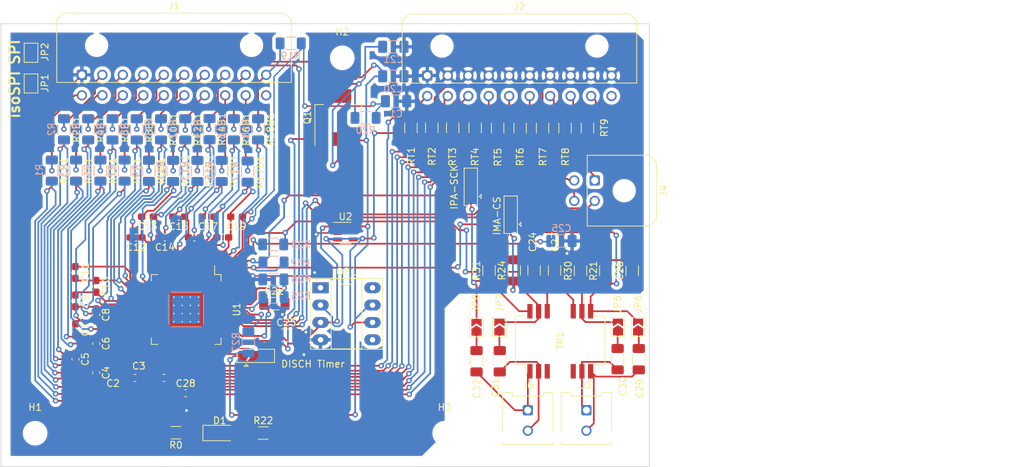
<source format=kicad_pcb>
(kicad_pcb (version 20221018) (generator pcbnew)
  (layers (0 "F.Cu" signal) (31 "B.Cu" signal) (34 "B.Paste" user) (35 "F.Paste" user) (36 "B.SilkS" user "B.Silkscreen") (37 "F.SilkS" user "F.Silkscreen") (38 "B.Mask" user) (39 "F.Mask" user) (44 "Edge.Cuts" user))
  (net 0 "")
  (net 1 "V+")
  (net 2 "V-")
  (net 3 "Net-(U1-C3)")
  (net 4 "Net-(U1-C4)")
  (net 5 "Net-(U1-C5)")
  (net 6 "Net-(U1-C6)")
  (net 7 "Net-(U1-C7)")
  (net 8 "Net-(U1-C8)")
  (net 9 "Net-(U1-C9)")
  (net 10 "Net-(U1-C10)")
  (net 11 "Net-(U1-C11)")
  (net 12 "Net-(U1-C12)")
  (net 13 "Net-(U1-C13)")
  (net 14 "Net-(U1-C14)")
  (net 15 "Net-(U1-C15)")
  (net 16 "Net-(U1-C16)")
  (net 17 "Net-(U1-C17)")
  (net 18 "Net-(U1-C18)")
  (net 19 "C2")
  (net 20 "C1")
  (net 21 "Vreg")
  (net 22 "Net-(Q1-C)")
  (net 23 "Vref1")
  (net 24 "Vref2")
  (net 25 "Net-(TR1-TXCT)")
  (net 26 "Net-(C25-Pad2)")
  (net 27 "Net-(C26-Pad2)")
  (net 28 "Net-(TR1-RXCT)")
  (net 29 "Net-(D1-A)")
  (net 30 "Net-(J1-Pin_2)")
  (net 31 "Net-(J1-Pin_3)")
  (net 32 "Net-(J1-Pin_4)")
  (net 33 "Net-(J1-Pin_5)")
  (net 34 "Net-(J1-Pin_6)")
  (net 35 "Net-(J1-Pin_7)")
  (net 36 "Net-(J1-Pin_8)")
  (net 37 "Net-(J1-Pin_9)")
  (net 38 "Net-(J1-Pin_10)")
  (net 39 "Net-(J1-Pin_11)")
  (net 40 "Net-(J1-Pin_12)")
  (net 41 "Net-(J1-Pin_13)")
  (net 42 "Net-(J1-Pin_14)")
  (net 43 "Net-(J1-Pin_15)")
  (net 44 "Net-(J1-Pin_16)")
  (net 45 "Net-(J1-Pin_17)")
  (net 46 "Net-(J1-Pin_18)")
  (net 47 "Net-(J1-Pin_19)")
  (net 48 "C0")
  (net 49 "S1")
  (net 50 "S2")
  (net 51 "S3")
  (net 54 "Net-(J3-Pin_1)")
  (net 55 "Net-(J3-Pin_2)")
  (net 56 "SCK")
  (net 57 "CS")
  (net 58 "MOSI")
  (net 59 "Net-(J6-Pin_1)")
  (net 60 "Net-(J6-Pin_2)")
  (net 61 "ISOMD")
  (net 62 "Net-(JP3-C)")
  (net 63 "Net-(JP4-C)")
  (net 64 "Net-(JP9-C)")
  (net 65 "Net-(OP1--IN)")
  (net 67 "IBIAS")
  (net 68 "ICMP")
  (net 69 "GPIO9")
  (net 70 "GPIO8")
  (net 71 "GPIO7")
  (net 72 "GPIO6")
  (net 73 "GPIO5")
  (net 74 "GPIO4")
  (net 75 "GPIO3")
  (net 76 "GPIO2")
  (net 77 "GPIO1")
  (net 78 "VDRIVE")
  (net 79 "Net-(U1-S4)")
  (net 80 "Net-(U1-S5)")
  (net 81 "Net-(U1-S6)")
  (net 82 "IMB")
  (net 83 "IPB")
  (net 84 "IMA")
  (net 85 "IPA")
  (net 86 "Net-(U1-S7)")
  (net 87 "Net-(U1-S8)")
  (net 88 "Net-(U1-S9)")
  (net 89 "Net-(U1-S10)")
  (net 90 "Net-(U1-S11)")
  (net 91 "Net-(U1-S12)")
  (net 92 "Net-(U1-S13)")
  (net 93 "Net-(U1-S14)")
  (net 94 "Net-(U1-S15)")
  (net 95 "Net-(U1-S16)")
  (net 96 "Net-(U1-S17)")
  (net 97 "Net-(U1-S18)")
  (net 98 "Net-(U1-WDT)")
  (net 101 "MISO")
  (net 102 "Net-(JP6-A)")
  (net 103 "Net-(JP5-A)")
  (net 104 "Net-(JP7-A)")
  (net 105 "Net-(JP8-A)")
  (footprint "Capacitor_SMD:C_0603_1608Metric_Pad1.08x0.95mm_HandSolder" (layer "F.Cu") (at 110.8964 144.8297 -90)
    (fp_text reference "C7")
    (fp_text value "10u")
  )
  (footprint "Jumper:SolderJumper-3_P2.0mm_Open_TrianglePad1.0x1.5mm" (layer "F.Cu") (at 137.3312 148.6916)
    (fp_text reference "DISCH Timer")
    (fp_text value "DischTimer")
  )
  (footprint "Capacitor_SMD:C_0603_1608Metric_Pad1.08x0.95mm_HandSolder" (layer "F.Cu") (at 113.9444 151.1267 -90)
    (fp_text reference "C4")
    (fp_text value "10u")
  )
  (footprint "Jumper:SolderJumper-2_P1.3mm_Open_TrianglePad1.0x1.5mm" (layer "F.Cu") (at 104.394 104.251 -90)
    (fp_text reference "JP2")
    (fp_text value "isoSPI Mode")
  )
  (footprint "Capacitor_SMD:C_1206_3216Metric_Pad1.33x1.80mm_HandSolder" (layer "F.Cu") (at 181.102 136.144 90)
    (fp_text reference "C24")
    (fp_text value "10n")
  )
  (footprint "Capacitor_SMD:C_1206_3216Metric_Pad1.33x1.80mm_HandSolder" (layer "F.Cu") (at 140.0556 141.0208)
    (fp_text reference "C22")
    (fp_text value "1u")
  )
  (footprint "Capacitor_SMD:C_0603_1608Metric_Pad1.08x0.95mm_HandSolder" (layer "F.Cu") (at 119.634 151.892)
    (fp_text reference "C3")
    (fp_text value "10u")
  )
  (footprint "Resistor_SMD:R_1206_3216Metric_Pad1.30x1.75mm_HandSolder" (layer "F.Cu") (at 179.348 115.29 90)
    (fp_text reference "RT7")
    (fp_text value "10k1%")
  )
  (footprint "Capacitor_SMD:C_1206_3216Metric_Pad1.33x1.80mm_HandSolder" (layer "F.Cu") (at 173.0756 149.4536 -90)
    (fp_text reference "C31")
    (fp_text value "C_Small")
  )
  (footprint "Resistor_SMD:R_1206_3216Metric_Pad1.30x1.75mm_HandSolder" (layer "F.Cu") (at 184.912 136.1948 90)
    (fp_text reference "R30")
    (fp_text value "51R")
  )
  (footprint "Resistor_SMD:R_1206_3216Metric_Pad1.30x1.75mm_HandSolder" (layer "F.Cu") (at 123.444 115.469 -90)
    (fp_text reference "R10B1")
    (fp_text value "33R")
  )
  (footprint "Capacitor_SMD:C_0603_1608Metric_Pad1.08x0.95mm_HandSolder" (layer "F.Cu") (at 113.9444 142.6442 -90)
    (fp_text reference "C8")
    (fp_text value "10u")
  )
  (footprint "Capacitor_SMD:C_0603_1608Metric_Pad1.08x0.95mm_HandSolder" (layer "F.Cu") (at 119.7875 131.318 180)
    (fp_text reference "C12")
    (fp_text value "10u")
  )
  (footprint "Resistor_SMD:R_1206_3216Metric_Pad1.30x1.75mm_HandSolder" (layer "F.Cu") (at 171.5008 136.144 90)
    (fp_text reference "R31")
    (fp_text value "51R")
  )
  (footprint "Resistor_SMD:R_1206_3216Metric_Pad1.30x1.75mm_HandSolder" (layer "F.Cu") (at 121.666 121.539 -90)
    (fp_text reference "R9B1")
    (fp_text value "33R")
  )
  (footprint "Jumper:SolderJumper-3_P2.0mm_Open_TrianglePad1.0x1.5mm" (layer "F.Cu") (at 168.8592 123.9012 90)
    (fp_text reference "IPA-SCK")
    (fp_text value "IPA - SCK")
  )
  (footprint "Jumper:SolderJumper-2_P1.3mm_Open_TrianglePad1.0x1.5mm" (layer "F.Cu") (at 193.3448 144.4382 90)
    (fp_text reference "JP6")
    (fp_text value "4WireSPI")
  )
  (footprint "Resistor_SMD:R_1206_3216Metric_Pad1.30x1.75mm_HandSolder" (layer "F.Cu") (at 109.22 115.469 -90)
    (fp_text reference "R2B1")
    (fp_text value "33R")
  )
  (footprint "MountingHole:MountingHole_3.2mm_M3_DIN965" (layer "F.Cu") (at 150 105)
    (fp_text reference "H2")
    (fp_text value "MountingHole")
  )
  (footprint "Capacitor_SMD:C_0603_1608Metric_Pad1.08x0.95mm_HandSolder" (layer "F.Cu") (at 134.5195 128.27 180)
    (fp_text reference "C19")
    (fp_text value "10u")
  )
  (footprint "Capacitor_SMD:C_0603_1608Metric_Pad1.08x0.95mm_HandSolder" (layer "F.Cu") (at 110.8964 136.4477 -90)
    (fp_text reference "C11")
    (fp_text value "10u")
  )
  (footprint "Capacitor_SMD:C_1206_3216Metric_Pad1.33x1.80mm_HandSolder" (layer "F.Cu") (at 141.7951 145.6436)
    (fp_text reference "C23")
    (fp_text value "1u ")
  )
  (footprint "Resistor_SMD:R_1206_3216Metric_Pad1.30x1.75mm_HandSolder" (layer "F.Cu") (at 116.332 115.469 -90)
    (fp_text reference "R6B1")
    (fp_text value "33R")
  )
  (footprint "Capacitor_SMD:C_1206_3216Metric_Pad1.33x1.80mm_HandSolder" (layer "F.Cu") (at 193.4464 149.1488 -90)
    (fp_text reference "C29")
    (fp_text value "C_Small")
  )
  (footprint "Resistor_SMD:R_1206_3216Metric_Pad1.30x1.75mm_HandSolder" (layer "F.Cu") (at 160.068 115.264 90)
    (fp_text reference "RT1")
    (fp_text value "10k1%")
  )
  (footprint "Resistor_SMD:R_1206_3216Metric_Pad1.30x1.75mm_HandSolder" (layer "F.Cu") (at 107.442 121.513 -90)
    (fp_text reference "R1B1")
    (fp_text value "33R")
  )
  (footprint "Resistor_SMD:R_1206_3216Metric_Pad1.30x1.75mm_HandSolder" (layer "F.Cu") (at 185.928 115.29 90)
    (fp_text reference "RT9")
    (fp_text value "10k1%")
  )
  (footprint "MountingHole:MountingHole_3.2mm_M3_DIN965" (layer "F.Cu") (at 105 160)
    (fp_text reference "H1")
    (fp_text value "MountingHole")
  )
  (footprint "Capacitor_SMD:C_1206_3216Metric_Pad1.33x1.80mm_HandSolder" (layer "F.Cu") (at 169.672 149.4536 -90)
    (fp_text reference "C32")
    (fp_text value "C_Small")
  )
  (footprint "Resistor_SMD:R_1206_3216Metric_Pad1.30x1.75mm_HandSolder" (layer "F.Cu") (at 128.778 121.565 -90)
    (fp_text reference "R13B1")
    (fp_text value "33R")
  )
  (footprint "Resistor_SMD:R_1206_3216Metric_Pad1.30x1.75mm_HandSolder" (layer "F.Cu") (at 114.554 121.513 -90)
    (fp_text reference "R5B1")
    (fp_text value "33R")
  )
  (footprint "Jumper:SolderJumper-2_P1.3mm_Open_TrianglePad1.0x1.5mm" (layer "F.Cu") (at 173.0248 144.4382 90)
    (fp_text reference "JP7")
    (fp_text value "4Wire SPI")
  )
  (footprint "Capacitor_SMD:C_1206_3216Metric_Pad1.33x1.80mm_HandSolder" (layer "F.Cu") (at 178.1048 136.144 -90)
    (fp_text reference "C27")
    (fp_text value "10n")
  )
  (footprint "Connector_Molex:Molex_Micro-Fit_3.0_43045-0400_2x02_P3.00mm_Horizontal" (layer "F.Cu") (at 186.9928 122.96 -90)
    (fp_text reference "J4")
    (fp_text value "Conn_02x02_Odd_Even")
  )
  (footprint "Package_DIP:DIP-8_W7.62mm_Socket_LongPads" (layer "F.Cu") (at 146.812 138.684)
    (fp_text reference "OP1")
    (fp_text value "LT1636")
  )
  (footprint "Capacitor_SMD:C_0603_1608Metric_Pad1.08x0.95mm_HandSolder" (layer "F.Cu") (at 113.9444 146.8617 -90)
    (fp_text reference "C6")
    (fp_text value "10u")
  )
  (footprint "Resistor_SMD:R_1206_3216Metric_Pad1.30x1.75mm_HandSolder" (layer "F.Cu") (at 175.2092 136.144 90)
    (fp_text reference "R24")
    (fp_text value "51R")
  )
  (footprint "Capacitor_SMD:C_0603_1608Metric_Pad1.08x0.95mm_HandSolder" (layer "F.Cu") (at 126.037 128.27 180)
    (fp_text reference "C15")
    (fp_text value "10u")
  )
  (footprint "Resistor_SMD:R_1206_3216Metric_Pad1.30x1.75mm_HandSolder" (layer "F.Cu") (at 132.334 121.565 -90)
    (fp_text reference "R15B1")
    (fp_text value "33R")
  )
  (footprint "Capacitor_SMD:C_0603_1608Metric_Pad1.08x0.95mm_HandSolder" (layer "F.Cu") (at 132.4875 131.318 180)
    (fp_text reference "C18" hide)
    (fp_text value "10u")
  )
  (footprint "Resistor_SMD:R_1206_3216Metric_Pad1.30x1.75mm_HandSolder" (layer "F.Cu") (at 172.768 115.29 90)
    (fp_text reference "RT5")
    (fp_text value "10k1%")
  )
  (footprint "Resistor_SMD:R_1206_3216Metric_Pad1.30x1.75mm_HandSolder" (layer "F.Cu") (at 125.222 121.565 -90)
    (fp_text reference "R11B1")
    (fp_text value "33R")
  )
  (footprint "Resistor_SMD:R_1206_3216Metric_Pad1.30x1.75mm_HandSolder" (layer "F.Cu") (at 163.116 115.238 90)
    (fp_text reference "RT2")
    (fp_text value "10k1%")
  )
  (footprint "Resistor_SMD:R_1206_3216Metric_Pad1.30x1.75mm_HandSolder" (layer "F.Cu") (at 138.43 159.9692)
    (fp_text reference "R22")
    (fp_text value "1-3k")
  )
  (footprint "Resistor_SMD:R_1206_3216Metric_Pad1.30x1.75mm_HandSolder" (layer "F.Cu") (at 130.556 115.443 -90)
    (fp_text reference "R14B1")
    (fp_text value "33R")
  )
  (footprint "Connector_Molex:Molex_Micro-Fit_3.0_43045-0212_2x01_P3.00mm_Vertical" (layer "F.Cu") (at 177.1904 156.6268)
    (fp_text reference "J6")
    (fp_text value "ToMaster")
  )
  (footprint "Capacitor_SMD:C_0603_1608Metric_Pad1.08x0.95mm_HandSolder" (layer "F.Cu") (at 110.8964 140.6122 -90)
    (fp_text reference "C9")
    (fp_text value "10u")
  )
  (footprint "Jumper:SolderJumper-2_P1.3mm_Open_TrianglePad1.0x1.5mm" (layer "F.Cu") (at 104.394 108.749 90)
    (fp_text reference "JP1")
    (fp_text value "SPI Mode")
  )
  (footprint "Resistor_SMD:R_1206_3216Metric_Pad1.30x1.75mm_HandSolder" (layer "F.Cu") (at 112.776 115.469 -90)
    (fp_text reference "R4B1")
    (fp_text value "33R")
  )
  (footprint "Resistor_SMD:R_1206_3216Metric_Pad1.30x1.75mm_HandSolder" (layer "F.Cu") (at 188.6204 136.1948 90)
    (fp_text reference "R21")
    (fp_text value "51R")
  )
  (footprint "Resistor_SMD:R_1206_3216Metric_Pad1.30x1.75mm_HandSolder" (layer "F.Cu") (at 134.112 115.469 -90)
    (fp_text reference "R16B1")
    (fp_text value "33R")
  )
  (footprint "Package_TO_SOT_SMD:SOT-23-5" (layer "F.Cu") (at 150.4696 130.6576)
    (fp_text reference "U2")
    (fp_text value "MAX9031AU")
  )
  (footprint "Resistor_SMD:R_1206_3216Metric_Pad1.30x1.75mm_HandSolder" (layer "F.Cu") (at 137.668 115.469 -90)
    (fp_text reference "R18B1")
    (fp_text value "33R")
  )
  (footprint "Capacitor_SMD:C_1206_3216Metric_Pad1.33x1.80mm_HandSolder" (layer "F.Cu") (at 190.3476 149.1488 -90)
    (fp_text reference "C30")
    (fp_text value "C_Small")
  )
  (footprint "Package_TO_SOT_SMD:SOT-223-3_TabPin2" (layer "F.Cu") (at 149.4028 113.7416 90)
    (fp_text reference "Q1")
    (fp_text value "Q_NPN_BCE DZT5551")
  )
  (footprint "Capacitor_SMD:C_0603_1608Metric_Pad1.08x0.95mm_HandSolder" (layer "F.Cu") (at 123.8515 151.892)
    (fp_text reference "C2")
    (fp_text value "10u")
  )
  (footprint "Package_QFP:LQFP-64-1EP_10x10mm_P0.5mm_EP5x5mm_ThermalVias" (layer "F.Cu") (at 127.136 141.868 -90)
    (fp_text reference "U1")
    (fp_text value "ADBMS1818ASWAZ")
  )
  (footprint "MyFootprints:H0068ANL" (layer "F.Cu") (at 181.9407 146.3988)
    (fp_text reference "TR1")
    (fp_text value "H0068ANL")
  )
  (footprint "Capacitor_SMD:C_0603_1608Metric_Pad1.08x0.95mm_HandSolder" (layer "F.Cu") (at 113.9444 138.4797 -90)
    (fp_text reference "C10")
    (fp_text value "10u")
  )
  (footprint "Resistor_SMD:R_1206_3216Metric_Pad1.30x1.75mm_HandSolder" (layer "F.Cu") (at 136.144 121.666 -90)
    (fp_text reference "R17B1")
    (fp_text value "33R")
  )
  (footprint "Capacitor_SMD:C_1206_3216Metric_Pad1.33x1.80mm_HandSolder" (layer "F.Cu") (at 192.4812 136.1948 90)
    (fp_text reference "C26")
    (fp_text value "10n")
  )
  (footprint "Jumper:SolderJumper-3_P2.0mm_Open_TrianglePad1.0x1.5mm" (layer "F.Cu") (at 174.7012 127.9968 90)
    (fp_text reference "IMA-CS")
    (fp_text value "IMA - CS")
  )
  (footprint "Jumper:SolderJumper-2_P1.3mm_Open_TrianglePad1.0x1.5mm" (layer "F.Cu") (at 190.3984 144.4382 90)
    (fp_text reference "JP5")
    (fp_text value "4WireSPI")
  )
  (footprint "Capacitor_SMD:C_0603_1608Metric_Pad1.08x0.95mm_HandSolder" (layer "F.Cu") (at 130.3285 128.27 180)
    (fp_text reference "C17")
    (fp_text value "10u")
  )
  (footprint "Resistor_SMD:R_1206_3216Metric_Pad1.30x1.75mm_HandSolder" (layer "F.Cu") (at 169.466 115.238 90)
    (fp_text reference "RT4")
    (fp_text value "10k1%")
  )
  (footprint "Resistor_SMD:R_1206_3216Metric_Pad1.30x1.75mm_HandSolder" (layer "F.Cu") (at 127 115.469 -90)
    (fp_text reference "R12B1")
    (fp_text value "33R")
  )
  (footprint "Capacitor_SMD:C_0603_1608Metric_Pad1.08x0.95mm_HandSolder" (layer "F.Cu") (at 110.8964 149.1477 -90)
    (fp_text reference "C5")
    (fp_text value "10u")
  )
  (footprint "MountingHole:MountingHole_3.2mm_M3_DIN965" (layer "F.Cu") (at 165 160)
    (fp_text reference "H3")
    (fp_text value "MountingHole")
  )
  (footprint "Capacitor_SMD:C_0603_1608Metric_Pad1.08x0.95mm_HandSolder" (layer "F.Cu") (at 124.005 131.318 180)
    (fp_text reference "C14")
    (fp_text value "10u")
  )
  (footprint "Capacitor_SMD:C_0603_1608Metric_Pad1.08x0.95mm_HandSolder" (layer "F.Cu") (at 121.465 128.27 180)
    (fp_text reference "C13")
    (fp_text value "10u")
  )
  (footprint "Project_Lib:Molex_Micro-Fit_3.0_43045-2000_2x10_P3.00mm_Horizontal" (layer "F.Cu") (at 162.4584 107.5944)
    (fp_text reference "J2")
    (fp_text value "Conn_02x10_Odd_Even" hide)
  )
  (footprint "Resistor_SMD:R_1206_3216Metric_Pad1.30x1.75mm_HandSolder" (layer "F.Cu") (at 125.6284 159.9184 180)
    (fp_text reference "R0")
    (fp_text value "10R")
  )
  (footprint "Capacitor_SMD:C_0603_1608Metric_Pad1.08x0.95mm_HandSolder" (layer "F.Cu") (at 128.323 131.318 180)
    (fp_text reference "C16" hide)
    (fp_text value "10u")
  )
  (footprint "Resistor_SMD:R_1206_3216Metric_Pad1.30x1.75mm_HandSolder" (layer "F.Cu") (at 176.058 115.29 90)
    (fp_text reference "RT6")
    (fp_text value "10k1%")
  )
  (footprint "Resistor_SMD:R_1206_3216Metric_Pad1.30x1.75mm_HandSolder" (layer "F.Cu") (at 166.176 115.238 90)
    (fp_text reference "RT3")
    (fp_text value "10k1%")
  )
  (footprint "Connector_Molex:Molex_Micro-Fit_3.0_43045-0212_2x01_P3.00mm_Vertical" (layer "F.Cu") (at 185.7756 156.6268)
    (fp_text reference "J3")
    (fp_text value "ToSlave")
  )
  (footprint "Resistor_SMD:R_1206_3216Metric_Pad1.30x1.75mm_HandSolder" (layer "F.Cu") (at 110.998 121.513 -90)
    (fp_text reference "R3B1")
    (fp_text value "33R")
  )
  (footprint "LED_SMD:LED_1206_3216Metric_Pad1.42x1.75mm_HandSolder" (layer "F.Cu") (at 132.0435 159.9692)
    (fp_text reference "D1")
    (fp_text value "LED")
  )
  (footprint "Resistor_SMD:R_1206_3216Metric_Pad1.30x1.75mm_HandSolder" (layer "F.Cu") (at 118.11 121.513 -90)
    (fp_text reference "R7B1")
    (fp_text value "33R")
  )
  (footprint "Jumper:SolderJumper-2_P1.3mm_Open_TrianglePad1.0x1.5mm" (layer "F.Cu") (at 169.672 144.489 90)
    (fp_text reference "JP8")
    (fp_text value "4WireSPI")
  )
  (footprint "Resistor_SMD:R_1206_3216Metric_Pad1.30x1.75mm_HandSolder" (layer "F.Cu") (at 182.638 115.29 90)
    (fp_text reference "RT8")
    (fp_text value "10k1%")
  )
  (footprint "Project_Lib:Molex_Micro-Fit_3.0_43045-2000_2x10_P3.00mm_Horizontal" (layer "F.Cu") (at 111.849 107.49)
    (fp_text reference "J1")
    (fp_text value "Conn_01x20_Female" hide)
  )
  (footprint "Capacitor_SMD:C_0603_1608Metric_Pad1.08x0.95mm_HandSolder" (layer "F.Cu") (at 127.0508 154.1272)
    (fp_text reference "C28")
    (fp_text value "10u")
  )
  (footprint "Resistor_SMD:R_1206_3216Metric_Pad1.30x1.75mm_HandSolder" (layer "F.Cu") (at 119.888 115.469 -90)
    (fp_text reference "R8B1")
    (fp_text value "33R")
  )
  (footprint "Resistor_SMD:R_1206_3216Metric_Pad1.30x1.75mm_HandSolder" (layer "B.Cu") (at 137.668 115.469 -90)
    (fp_text reference "R18")
    (fp_text value "10R")
  )
  (footprint "Resistor_SMD:R_1206_3216Metric_Pad1.30x1.75mm_HandSolder" (layer "B.Cu") (at 136.144 121.666 -90)
    (fp_text reference "R17")
    (fp_text value "10R")
  )
  (footprint "Resistor_SMD:R_1206_3216Metric_Pad1.30x1.75mm_HandSolder" (layer "B.Cu") (at 110.998 121.513 -90)
    (fp_text reference "R3")
    (fp_text value "10R")
  )
  (footprint "Resistor_SMD:R_1206_3216Metric_Pad1.30x1.75mm_HandSolder" (layer "B.Cu") (at 112.776 115.469 -90)
    (fp_text reference "R4")
    (fp_text value "10R")
  )
  (footprint "Resistor_SMD:R_1206_3216Metric_Pad1.30x1.75mm_HandSolder" (layer "B.Cu") (at 123.444 115.469 -90)
    (fp_text reference "R10")
    (fp_text value "10R")
  )
  (footprint "Resistor_SMD:R_1206_3216Metric_Pad1.30x1.75mm_HandSolder" (layer "B.Cu") (at 130.556 115.443 -90)
    (fp_text reference "R14")
    (fp_text value "10R")
  )
  (footprint "Resistor_SMD:R_1206_3216Metric_Pad1.30x1.75mm_HandSolder" (layer "B.Cu") (at 142.4432 102.87)
    (fp_text reference "R19")
    (fp_text value "100R")
  )
  (footprint "Capacitor_SMD:C_1206_3216Metric_Pad1.33x1.80mm_HandSolder" (layer "B.Cu") (at 182.118 131.826 180)
    (fp_text reference "C25")
    (fp_text value "10n")
  )
  (footprint "Resistor_SMD:R_1206_3216Metric_Pad1.30x1.75mm_HandSolder" (layer "B.Cu") (at 132.334 121.565 -90)
    (fp_text reference "R15")
    (fp_text value "10R")
  )
  (footprint "Capacitor_SMD:C_1206_3216Metric_Pad1.33x1.80mm_HandSolder" (layer "B.Cu") (at 157.8864 111.3536)
    (fp_text reference "C1")
    (fp_text value "100n 100V")
  )
  (footprint "Resistor_SMD:R_1206_3216Metric_Pad1.30x1.75mm_HandSolder" (layer "B.Cu") (at 107.442 121.513 -90)
    (fp_text reference "R1")
    (fp_text value "10R")
  )
  (footprint "Resistor_SMD:R_1206_3216Metric_Pad1.30x1.75mm_HandSolder" (layer "B.Cu") (at 136.2456 146.6596 -90)
    (fp_text reference "R27")
    (fp_text value "R")
  )
  (footprint "Resistor_SMD:R_1206_3216Metric_Pad1.30x1.75mm_HandSolder" (layer "B.Cu") (at 128.778 121.565 -90)
    (fp_text reference "R13")
    (fp_text value "10R")
  )
  (footprint "Resistor_SMD:R_1206_3216Metric_Pad1.30x1.75mm_HandSolder" (layer "B.Cu") (at 125.222 121.565 -90)
    (fp_text reference "R11")
    (fp_text value "10R")
  )
  (footprint "Resistor_SMD:R_1206_3216Metric_Pad1.30x1.75mm_HandSolder" (layer "B.Cu") (at 139.9292 140.0556)
    (fp_text reference "R25")
    (fp_text value "R")
  )
  (footprint "Resistor_SMD:R_1206_3216Metric_Pad1.30x1.75mm_HandSolder" (layer "B.Cu") (at 139.9044 137.4648 180)
    (fp_text reference "R26")
    (fp_text value "R")
  )
  (footprint "Resistor_SMD:R_1206_3216Metric_Pad1.30x1.75mm_HandSolder" (layer "B.Cu") (at 114.554 121.513 -90)
    (fp_text reference "R5")
    (fp_text value "10R")
  )
  (footprint "Resistor_SMD:R_1206_3216Metric_Pad1.30x1.75mm_HandSolder" (layer "B.Cu") (at 119.888 115.469 -90)
    (fp_text reference "R8")
    (fp_text value "10R")
  )
  (footprint "Resistor_SMD:R_1206_3216Metric_Pad1.30x1.75mm_HandSolder" (layer "B.Cu") (at 139.8784 132.334 180)
    (fp_text reference "R23")
    (fp_text value "100/120R")
  )
  (footprint "Capacitor_SMD:C_1206_3216Metric_Pad1.33x1.80mm_HandSolder" (layer "B.Cu") (at 157.48 103.378)
    (fp_text reference "C21")
    (fp_text value "0u1 100V")
  )
  (footprint "Resistor_SMD:R_1206_3216Metric_Pad1.30x1.75mm_HandSolder" (layer "B.Cu") (at 116.332 115.469 -90)
    (fp_text reference "R6")
    (fp_text value "10R")
  )
  (footprint "Resistor_SMD:R_1206_3216Metric_Pad1.30x1.75mm_HandSolder" (layer "B.Cu") (at 127 115.469 -90)
    (fp_text reference "R12")
    (fp_text value "10R")
  )
  (footprint "Resistor_SMD:R_1206_3216Metric_Pad1.30x1.75mm_HandSolder" (layer "B.Cu") (at 118.11 121.513 -90)
    (fp_text reference "R7")
    (fp_text value "10R")
  )
  (footprint "Resistor_SMD:R_1206_3216Metric_Pad1.30x1.75mm_HandSolder" (layer "B.Cu") (at 153.416 113.792)
    (fp_text reference "R20")
    (fp_text value "100R")
  )
  (footprint "Resistor_SMD:R_1206_3216Metric_Pad1.30x1.75mm_HandSolder" (layer "B.Cu") (at 139.9292 134.9756)
    (fp_text reference "R32")
    (fp_text value "100/120R")
  )
  (footprint "Resistor_SMD:R_1206_3216Metric_Pad1.30x1.75mm_HandSolder" (layer "B.Cu") (at 121.666 121.565 -90)
    (fp_text reference "R9")
    (fp_text value "10R")
  )
  (footprint "Resistor_SMD:R_1206_3216Metric_Pad1.30x1.75mm_HandSolder" (layer "B.Cu") (at 109.22 115.469 -90)
    (fp_text reference "R2")
    (fp_text value "10R")
  )
  (footprint "Capacitor_SMD:C_1206_3216Metric_Pad1.33x1.80mm_HandSolder" (layer "B.Cu") (at 157.48 107.696)
    (fp_text reference "C20")
    (fp_text value "1u ")
  )
  (footprint "Resistor_SMD:R_1206_3216Metric_Pad1.30x1.75mm_HandSolder" (layer "B.Cu") (at 134.112 115.469 -90)
    (fp_text reference "R16")
    (fp_text value "10R")
  )
  (gr_rect (start 100 100) (end 194.996 164.8971) (stroke (width 0.1)) (fill none) (layer "Edge.Cuts"))
  (gr_text "SPI" (at 102.87 106.172 90) (layer "F.SilkS") (effects (font (size 1.5 1.5) (thickness 0.3) bold) (justify left bottom)))
  (gr_text "isoSPI" (at 102.87 114.046 90) (layer "F.SilkS") (effects (font (size 1.5 1.5) (thickness 0.3) bold) (justify left bottom)))
  (segment (start 131.4704 135.6086) (end 130.886 136.193) (width 0.2) (layer "F.Cu") (net 1))
  (segment (start 133.90024 135.0772) (end 132.0292 135.0772) (width 0.2) (layer "F.Cu") (net 1))
  (segment (start 136.7536 128.5748) (end 135.807 129.5214) (width 0.2) (layer "F.Cu") (net 1))
  (segment (start 135.807 133.17044) (end 133.90024 135.0772) (width 0.2) (layer "F.Cu") (net 1))
  (segment (start 144.526 112.0648) (end 154.2288 112.0648) (width 0.2) (layer "F.Cu") (net 1))
  (segment (start 131.4704 135.6086) (end 131.4978 135.6086) (width 0.2) (layer "F.Cu") (net 1))
  (segment (start 154.2288 112.0648) (end 154.5336 111.76) (width 0.2) (layer "F.Cu") (net 1))
  (segment (start 135.807 129.5214) (end 135.807 133.17044) (width 0.2) (layer "F.Cu") (net 1))
  (segment (start 131.4978 135.6086) (end 132.0292 135.0772) (width 0.2) (layer "F.Cu") (net 1))
  (via (at 154.5336 111.76) (size 0.8) (drill 0.4) (layers "F.Cu" "B.Cu") (net 1))
  (via (at 136.7536 128.5748) (size 0.8) (drill 0.4) (layers "F.Cu" "B.Cu") (net 1))
  (via (at 144.526 112.0648) (size 0.8) (drill 0.4) (layers "F.Cu" "B.Cu") (net 1))
  (segment (start 154.966 112.7115) (end 156.3239 111.3536) (width 0.2) (layer "B.Cu") (net 1))
  (segment (start 144.3624 111.9012) (end 144.526 112.0648) (width 0.2) (layer "B.Cu") (net 1))
  (segment (start 154.5336 111.76) (end 155.9175 111.76) (width 0.2) (layer "B.Cu") (net 1))
  (segment (start 143.9932 103.745) (end 140.0048 107.7334) (width 0.2) (layer "B.Cu") (net 1))
  (segment (start 140.0048 107.7334) (end 140.0048 124.2568) (width 0.2) (layer "B.Cu") (net 1))
  (segment (start 140.0048 124.4092) (end 140.0048 124.2568) (width 0.2) (layer "B.Cu") (net 1))
  (segment (start 137.3012 127.192) (end 137.2616 127.1524) (width 0.2) (layer "B.Cu") (net 1))
  (segment (start 137.2616 127.1524) (end 140.0048 124.4092) (width 0.2) (layer "B.Cu") (net 1))
  (segment (start 143.9932 102.87) (end 144.3624 103.2392) (width 0.2) (layer "B.Cu") (net 1))
  (segment (start 136.8552 128.5748) (end 136.7536 128.5748) (width 0.2) (layer "B.Cu") (net 1))
  (segment (start 137.3012 128.0272) (end 137.3012 127.192) (width 0.2) (layer "B.Cu") (net 1))
  (segment (start 154.966 113.792) (end 154.966 112.7115) (width 0.2) (layer "B.Cu") (net 1))
  (segment (start 155.9175 111.76) (end 156.3239 111.3536) (width 0.2) (layer "B.Cu") (net 1))
  (segment (start 143.9932 102.87) (end 143.9932 103.745) (width 0.2) (layer "B.Cu") (net 1))
  (segment (start 136.7536 128.5748) (end 137.3012 128.0272) (width 0.2) (layer "B.Cu") (net 1))
  (segment (start 144.3624 103.2392) (end 144.3624 111.9012) (width 0.2) (layer "B.Cu") (net 1))
  (segment (start 178.1048 134.5815) (end 181.102 134.5815) (width 0.2) (layer "F.Cu") (net 2))
  (segment (start 127.1784 154.8621) (end 127.9133 154.1272) (width 0.2) (layer "F.Cu") (net 2))
  (segment (start 130.556 159.9692) (end 127.2292 159.9692) (width 0.2) (layer "F.Cu") (net 2))
  (segment (start 145.4537 136.9568) (end 145.9484 136.4621) (width 0.2) (layer "F.Cu") (net 2))
  (segment (start 192.4812 137.7573) (end 192.4812 137.7188) (width 0.2) (layer "F.Cu") (net 2))
  (segment (start 181.102 134.5815) (end 182.0041 134.5815) (width 0.2) (layer "F.Cu") (net 2))
  (segment (start 132.811 140.618) (end 135.226 140.618) (width 0.2) (layer "F.Cu") (net 2))
  (segment (start 141.6181 141.0208) (end 141.6181 142.2015) (width 0.2) (layer "F.Cu") (net 2))
  (segment (start 144.6784 145.1864) (end 143.9041 145.1864) (width 0.2) (layer "F.Cu") (net 2))
  (segment (start 135.226 140.618) (end 136.906 138.938) (width 0.2) (layer "F.Cu") (net 2))
  (segment (start 135.9408 136.9568) (end 135.7376 137.16) (width 0.2) (layer "F.Cu") (net 2))
  (segment (start 146.3785 130.6576) (end 146.1753 130.8608) (width 0.2) (layer "F.Cu") (net 2))
  (segment (start 141.6181 142.2015) (end 141.224 142.5956) (width 0.2) (layer "F.Cu") (net 2))
  (segment (start 136.906 136.9568) (end 145.4537 136.9568) (width 0.2) (layer "F.Cu") (net 2))
  (segment (start 149.3321 130.6576) (end 146.3785 130.6576) (width 0.2) (layer "F.Cu") (net 2))
  (segment (start 144.1704 148.6916) (end 144.3736 148.4884) (width 0.2) (layer "F.Cu") (net 2))
  (segment (start 139.3312 148.6916) (end 144.1704 148.6916) (width 0.2) (layer "F.Cu") (net 2))
  (segment (start 182.0041 134.5815) (end 182.9308 133.6548) (width 0.2) (layer "F.Cu") (net 2))
  (segment (start 111.849 107.49) (end 109.865 109.474) (width 0.2) (layer "F.Cu") (net 2))
  (segment (start 127.1784 159.9184) (end 127.1784 154.8621) (width 0.2) (layer "F.Cu") (net 2))
  (segment (start 192.4812 137.7188) (end 191.008 136.2456) (width 0.2) (layer "F.Cu") (net 2))
  (segment (start 127.2292 159.9692) (end 127.1784 159.9184) (width 0.2) (layer "F.Cu") (net 2))
  (segment (start 136.906 136.9568) (end 135.9408 136.9568) (width 0.2) (layer "F.Cu") (net 2))
  (segment (start 136.906 138.938) (end 136.906 136.9568) (width 0.2) (layer "F.Cu") (net 2))
  (segment (start 143.9041 145.1864) (end 143.4469 145.6436) (width 0.2) (layer "F.Cu") (net 2))
  (segment (start 134.025518 140.118) (end 132.811 140.118) (width 0.2) (layer "F.Cu") (net 2))
  (segment (start 109.865 109.474) (end 104.394 109.474) (width 0.2) (layer "F.Cu") (net 2))
  (segment (start 135.7376 138.405918) (end 134.025518 140.118) (width 0.2) (layer "F.Cu") (net 2))
  (segment (start 135.7376 137.16) (end 135.7376 138.405918) (width 0.2) (layer "F.Cu") (net 2))
  (via (at 182.9308 133.6548) (size 0.8) (drill 0.4) (layers "F.Cu" "B.Cu") (net 2))
  (via (at 145.9484 136.4621) (size 0.8) (drill 0.4) (layers "F.Cu" "B.Cu") (net 2))
  (via (at 141.224 142.5956) (size 0.8) (drill 0.4) (layers "F.Cu" "B.Cu") (net 2))
  (via (at 144.3736 148.4884) (size 0.8) (drill 0.4) (layers "F.Cu" "B.Cu") (net 2))
  (via (at 136.906 136.9568) (size 0.8) (drill 0.4) (layers "F.Cu" "B.Cu") (net 2))
  (via (at 127.1784 156.6672) (size 0.8) (drill 0.4) (layers "F.Cu" "B.Cu") (net 2))
  (via (at 144.6784 145.1864) (size 0.8) (drill 0.4) (layers "F.Cu" "B.Cu") (net 2))
  (via (at 146.1753 130.8608) (size 0.8) (drill 0.4) (layers "F.Cu" "B.Cu") (net 2))
  (via (at 191.008 136.2456) (size 0.8) (drill 0.4) (layers "F.Cu" "B.Cu") (net 2))
  (segment (start 138.3544 137.4648) (end 137.414 137.4648) (width 0.2) (layer "B.Cu") (net 2))
  (segment (start 137.414 137.4648) (end 136.906 136.9568) (width 0.2) (layer "B.Cu") (net 2))
  (segment (start 141.6118 142.5956) (end 141.6118 142.6972) (width 0.2) (layer "B.Cu") (net 2))
  (segment (start 141.224 142.5956) (end 141.6118 142.5956) (width 0.2) (layer "B.Cu") (net 2))
  (segment (start 110.8964 150.0102) (end 113.6904 150.0102) (width 0.25) (layer "F.Cu") (net 3))
  (segment (start 119.8628 145.618) (end 115.2166 150.2642) (width 0.25) (layer "F.Cu") (net 3))
  (segment (start 115.2166 150.2642) (end 113.9444 150.2642) (width 0.25) (layer "F.Cu") (net 3))
  (segment (start 107.948267 150.096121) (end 108.034188 150.0102) (width 0.25) (layer "F.Cu") (net 3))
  (segment (start 121.461 145.618) (end 119.8628 145.618) (width 0.25) (layer "F.Cu") (net 3))
  (segment (start 113.6904 150.0102) (end 113.9444 150.2642) (width 0.25) (layer "F.Cu") (net 3))
  (segment (start 108.034188 150.0102) (end 110.8964 150.0102) (width 0.25) (layer "F.Cu") (net 3))
  (via (at 107.948267 150.096121) (size 0.8) (drill 0.4) (layers "F.Cu" "B.Cu") (net 3))
  (segment (start 107.2758 130.083012) (end 107.2758 149.423654) (width 0.25) (layer "B.Cu") (net 3))
  (segment (start 107.2758 149.423654) (end 107.948267 150.096121) (width 0.25) (layer "B.Cu") (net 3))
  (segment (start 110.998 123.063) (end 110.998 123.5456) (width 0.25) (layer "B.Cu") (net 3))
  (segment (start 111.9632 125.395612) (end 107.2758 130.083012) (width 0.25) (layer "B.Cu") (net 3))
  (segment (start 110.998 123.5456) (end 111.9632 124.5108) (width 0.25) (layer "B.Cu") (net 3))
  (segment (start 111.9632 124.5108) (end 111.9632 125.395612) (width 0.25) (layer "B.Cu") (net 3))
  (segment (start 109.0168 148.2852) (end 110.8964 148.2852) (width 0.25) (layer "F.Cu") (net 4))
  (segment (start 115.3182 147.7242) (end 118.4244 144.618) (width 0.25) (layer "F.Cu") (net 4))
  (segment (start 118.4244 144.618) (end 121.461 144.618) (width 0.25) (layer "F.Cu") (net 4))
  (segment (start 113.9444 147.7242) (end 115.3182 147.7242) (width 0.25) (layer "F.Cu") (net 4))
  (segment (start 113.9444 147.7242) (end 111.4574 147.7242) (width 0.25) (layer "F.Cu") (net 4))
  (segment (start 108.458 147.7264) (end 109.0168 148.2852) (width 0.25) (layer "F.Cu") (net 4))
  (segment (start 111.4574 147.7242) (end 110.8964 148.2852) (width 0.25) (layer "F.Cu") (net 4))
  (via (at 108.458 147.7264) (size 0.8) (drill 0.4) (layers "F.Cu" "B.Cu") (net 4))
  (segment (start 108.3564 147.6248) (end 108.458 147.7264) (width 0.25) (layer "B.Cu") (net 4))
  (segment (start 108.3564 130.275204) (end 108.3564 131.7244) (width 0.25) (layer "B.Cu") (net 4))
  (segment (start 108.3564 131.7244) (end 108.3564 147.6248) (width 0.25) (layer "B.Cu") (net 4))
  (segment (start 113.1316 125.2728) (end 113.1316 125.500004) (width 0.25) (layer "B.Cu") (net 4))
  (segment (start 109.587602 129.044002) (end 108.3564 130.275204) (width 0.25) (layer "B.Cu") (net 4))
  (segment (start 113.1316 125.500004) (end 109.587602 129.044002) (width 0.25) (layer "B.Cu") (net 4))
  (segment (start 112.776 118.0084) (end 113.1316 118.364) (width 0.25) (layer "B.Cu") (net 4))
  (segment (start 113.1316 118.364) (end 113.1316 125.2728) (width 0.25) (layer "B.Cu") (net 4))
  (segment (start 112.776 117.019) (end 112.776 118.0084) (width 0.25) (layer "B.Cu") (net 4))
  (segment (start 113.9444 145.9992) (end 114.6048 145.9992) (width 0.25) (layer "F.Cu") (net 5))
  (segment (start 116.986 143.618) (end 121.461 143.618) (width 0.25) (layer "F.Cu") (net 5))
  (segment (start 113.9444 145.9992) (end 111.2034 145.9992) (width 0.25) (layer "F.Cu") (net 5))
  (segment (start 114.6048 145.9992) (end 116.986 143.618) (width 0.25) (layer "F.Cu") (net 5))
  (segment (start 111.2034 145.9992) (end 110.8964 145.6922) (width 0.25) (layer "F.Cu") (net 5))
  (segment (start 109.5756 145.8468) (end 110.7418 145.8468) (width 0.25) (layer "F.Cu") (net 5))
  (segment (start 110.7418 145.8468) (end 110.8964 145.6922) (width 0.25) (layer "F.Cu") (net 5))
  (via (at 109.5756 145.8468) (size 0.8) (drill 0.4) (layers "F.Cu" "B.Cu") (net 5))
  (segment (start 109.823 131.3688) (end 109.823 145.5994) (width 0.25) (layer "B.Cu") (net 5))
  (segment (start 109.823 145.5994) (end 109.5756 145.8468) (width 0.25) (layer "B.Cu") (net 5))
  (segment (start 114.554 123.063) (end 114.554 123.698) (width 0.25) (layer "B.Cu") (net 5))
  (segment (start 115.062 124.7648) (end 115.1128 124.8156) (width 0.25) (layer "B.Cu") (net 5))
  (segment (start 109.823 130.1054) (end 109.823 131.3688) (width 0.25) (layer "B.Cu") (net 5))
  (segment (start 115.1128 124.8156) (end 109.823 130.1054) (width 0.25) (layer "B.Cu") (net 5))
  (segment (start 115.062 124.206) (end 115.062 124.7648) (width 0.25) (layer "B.Cu") (net 5))
  (segment (start 114.554 123.698) (end 115.062 124.206) (width 0.25) (layer "B.Cu") (net 5))
  (segment (start 110.998 142.8971) (end 111.6076 143.5067) (width 0.25) (layer "F.Cu") (net 6))
  (segment (start 110.998 142.748) (end 110.998 142.8971) (width 0.25) (layer "F.Cu") (net 6))
  (segment (start 114.9637 143.5067) (end 113.9444 143.5067) (width 0.25) (layer "F.Cu") (net 6))
  (segment (start 121.461 142.618) (end 115.8524 142.618) (width 0.25) (layer "F.Cu") (net 6))
  (segment (start 111.3569 143.5067) (end 110.8964 143.9672) (width 0.25) (layer "F.Cu") (net 6))
  (segment (start 113.9444 143.5067) (end 111.6076 143.5067) (width 0.25) (layer "F.Cu") (net 6))
  (segment (start 111.6076 143.5067) (end 111.3569 143.5067) (width 0.25) (layer "F.Cu") (net 6))
  (segment (start 115.8524 142.618) (end 114.9637 143.5067) (width 0.25) (layer "F.Cu") (net 6))
  (via (at 110.998 142.748) (size 0.8) (drill 0.4) (layers "F.Cu" "B.Cu") (net 6))
  (segment (start 116.657547 124.582348) (end 112.3696 128.870295) (width 0.25) (layer "B.Cu") (net 6))
  (segment (start 116.7892 124.450695) (end 116.657547 124.582348) (width 0.25) (layer "B.Cu") (net 6))
  (segment (start 112.3696 131.6228) (end 110.998 132.9944) (width 0.25) (layer "B.Cu") (net 6))
  (segment (start 110.998 132.9944) (end 110.998 142.748) (width 0.25) (layer "B.Cu") (net 6))
  (segment (start 112.3696 128.870295) (end 112.3696 131.6228) (width 0.25) (layer "B.Cu") (net 6))
  (segment (start 116.332 118.11) (end 116.7892 118.5672) (width 0.25) (layer "B.Cu") (net 6))
  (segment (start 116.332 117.019) (end 116.332 118.11) (width 0.25) (layer "B.Cu") (net 6))
  (segment (start 116.7892 118.5672) (end 116.7892 124.450695) (width 0.25) (layer "B.Cu") (net 6))
  (segment (start 113.9444 141.7817) (end 114.1081 141.618) (width 0.25) (layer "F.Cu") (net 7))
  (segment (start 110.8964 141.4747) (end 112.522 141.4747) (width 0.25) (layer "F.Cu") (net 7))
  (segment (start 114.1081 141.618) (end 121.461 141.618) (width 0.25) (layer "F.Cu") (net 7))
  (segment (start 113.6374 141.4747) (end 113.9444 141.7817) (width 0.25) (layer "F.Cu") (net 7))
  (segment (start 112.522 141.4747) (end 113.6374 141.4747) (width 0.25) (layer "F.Cu") (net 7))
  (via (at 112.522 141.4747) (size 0.8) (drill 0.4) (layers "F.Cu" "B.Cu") (net 7))
  (segment (start 118.11 125.289685) (end 113.499277 129.900408) (width 0.25) (layer "B.Cu") (net 7))
  (segment (start 113.499277 140.497423) (end 112.522 141.4747) (width 0.25) (layer "B.Cu") (net 7))
  (segment (start 113.499277 129.900408) (end 113.499277 140.497423) (width 0.25) (layer "B.Cu") (net 7))
  (segment (start 118.11 123.063) (end 118.11 125.289685) (width 0.25) (layer "B.Cu") (net 7))
  (segment (start 116.2812 140.618) (end 116.2812 140.4178) (width 0.25) (layer "F.Cu") (net 8))
  (segment (start 116.2812 140.618) (end 121.461 140.618) (width 0.25) (layer "F.Cu") (net 8))
  (segment (start 111.3039 139.3422) (end 110.8964 139.7497) (width 0.25) (layer "F.Cu") (net 8))
  (segment (start 113.9444 139.3422) (end 115.2202 140.618) (width 0.25) (layer "F.Cu") (net 8))
  (segment (start 113.9444 139.3422) (end 111.3039 139.3422) (width 0.25) (layer "F.Cu") (net 8))
  (segment (start 115.2202 140.618) (end 116.2812 140.618) (width 0.25) (layer "F.Cu") (net 8))
  (segment (start 116.2812 140.4178) (end 116.1222 140.2588) (width 0.25) (layer "F.Cu") (net 8))
  (via (at 116.1222 140.2588) (size 0.8) (drill 0.4) (layers "F.Cu" "B.Cu") (net 8))
  (segment (start 116.1222 140.459) (end 116.2812 140.618) (width 0.25) (layer "B.Cu") (net 8))
  (segment (start 120.4468 118.4148) (end 120.4468 124.225677) (width 0.25) (layer "B.Cu") (net 8))
  (segment (start 116.1222 128.550277) (end 116.1222 140.2588) (width 0.25) (layer "B.Cu") (net 8))
  (segment (start 116.1222 140.2588) (end 116.1222 140.459) (width 0.25) (layer "B.Cu") (net 8))
  (segment (start 119.888 117.019) (end 119.888 117.856) (width 0.25) (layer "B.Cu") (net 8))
  (segment (start 120.4468 124.225677) (end 116.1222 128.550277) (width 0.25) (layer "B.Cu") (net 8))
  (segment (start 119.888 117.856) (end 120.4468 118.4148) (width 0.25) (layer "B.Cu") (net 8))
  (segment (start 119.552 139.618) (end 121.461 139.618) (width 0.25) (layer "F.Cu") (net 9))
  (segment (start 113.9444 137.6172) (end 117.2972 137.6172) (width 0.25) (layer "F.Cu") (net 9))
  (segment (start 117.2972 137.6172) (end 117.5512 137.6172) (width 0.25) (layer "F.Cu") (net 9))
  (segment (start 111.2034 137.6172) (end 110.8964 137.3102) (width 0.25) (layer "F.Cu") (net 9))
  (segment (start 117.5512 137.6172) (end 119.552 139.618) (width 0.25) (layer "F.Cu") (net 9))
  (segment (start 113.9444 137.6172) (end 111.2034 137.6172) (width 0.25) (layer "F.Cu") (net 9))
  (via (at 117.2972 137.6172) (size 0.8) (drill 0.4) (layers "F.Cu" "B.Cu") (net 9))
  (segment (start 120.716069 125.2292) (end 117.5512 128.394069) (width 0.25) (layer "B.Cu") (net 9))
  (segment (start 122.3772 124.636404) (end 121.784404 125.2292) (width 0.25) (layer "B.Cu") (net 9))
  (segment (start 121.666 123.444) (end 122.3772 124.1552) (width 0.25) (layer "B.Cu") (net 9))
  (segment (start 117.2972 129.3368) (end 117.2972 137.6172) (width 0.25) (layer "B.Cu") (net 9))
  (segment (start 121.666 123.115) (end 121.666 123.444) (width 0.25) (layer "B.Cu") (net 9))
  (segment (start 122.3772 124.1552) (end 122.3772 124.636404) (width 0.25) (layer "B.Cu") (net 9))
  (segment (start 117.5512 128.394069) (end 117.5512 129.0828) (width 0.25) (layer "B.Cu") (net 9))
  (segment (start 117.5512 129.0828) (end 117.2972 129.3368) (width 0.25) (layer "B.Cu") (net 9))
  (segment (start 121.784404 125.2292) (end 120.716069 125.2292) (width 0.25) (layer "B.Cu") (net 9))
  (segment (start 121.666 123.115) (end 121.666 123.4948) (width 0.25) (layer "B.Cu") (net 9))
  (segment (start 118.925 136.4488) (end 118.925 137.3146) (width 0.25) (layer "F.Cu") (net 10))
  (segment (start 119.2784 128.9812) (end 119.2784 130.9646) (width 0.25) (layer "F.Cu") (net 10))
  (segment (start 118.925 131.318) (end 118.925 136.4488) (width 0.25) (layer "F.Cu") (net 10))
  (segment (start 110.8964 135.5852) (end 118.0614 135.5852) (width 0.25) (layer "F.Cu") (net 10))
  (segment (start 118.925 137.3146) (end 120.2284 138.618) (width 0.25) (layer "F.Cu") (net 10))
  (segment (start 119.2784 130.9646) (end 118.925 131.318) (width 0.25) (layer "F.Cu") (net 10))
  (segment (start 120.2284 138.618) (end 121.461 138.618) (width 0.25) (layer "F.Cu") (net 10))
  (segment (start 118.0614 135.5852) (end 118.925 136.4488) (width 0.25) (layer "F.Cu") (net 10))
  (via (at 119.2784 128.9812) (size 0.8) (drill 0.4) (layers "F.Cu" "B.Cu") (net 10))
  (segment (start 123.578301 124.732099) (end 122.1668 126.1436) (width 0.25) (layer "B.Cu") (net 10))
  (segment (start 123.578301 124.654406) (end 123.578301 124.732099) (width 0.25) (layer "B.Cu") (net 10))
  (segment (start 121.3612 126.1436) (end 121.074461 126.1436) (width 0.25) (layer "B.Cu") (net 10))
  (segment (start 124.2568 118.4148) (end 123.952 118.7196) (width 0.25) (layer "B.Cu") (net 10))
  (segment (start 123.952 123.3932) (end 123.578301 123.766899) (width 0.25) (layer "B.Cu") (net 10))
  (segment (start 123.578301 123.766899) (end 123.578301 124.654406) (width 0.25) (layer "B.Cu") (net 10))
  (segment (start 122.1668 126.1436) (end 121.3612 126.1436) (width 0.25) (layer "B.Cu") (net 10))
  (segment (start 123.444 117.019) (end 123.444 117.602) (width 0.25) (layer "B.Cu") (net 10))
  (segment (start 123.952 118.7196) (end 123.952 121.412) (width 0.25) (layer "B.Cu") (net 10))
  (segment (start 123.952 121.412) (end 123.952 123.3932) (width 0.25) (layer "B.Cu") (net 10))
  (segment (start 123.444 117.602) (end 124.2568 118.4148) (width 0.25) (layer "B.Cu") (net 10))
  (segment (start 119.2784 127.939661) (end 119.2784 128.9812) (width 0.25) (layer "B.Cu") (net 10))
  (segment (start 121.074461 126.1436) (end 119.2784 127.939661) (width 0.25) (layer "B.Cu") (net 10))
  (segment (start 121.468376 127.404124) (end 122.36066 127.404124) (width 0.25) (layer "F.Cu") (net 11))
  (segment (start 120.6025 128.27) (end 120.6025 131.2705) (width 0.25) (layer "F.Cu") (net 11))
  (segment (start 123.386 134.054) (end 120.65 131.318) (width 0.25) (layer "F.Cu") (net 11))
  (segment (start 120.6025 131.2705) (end 120.65 131.318) (width 0.25) (layer "F.Cu") (net 11))
  (segment (start 123.386 136.193) (end 123.386 134.054) (width 0.25) (layer "F.Cu") (net 11))
  (segment (start 120.6025 128.27) (end 121.468376 127.404124) (width 0.25) (layer "F.Cu") (net 11))
  (segment (start 122.36066 127.404124) (end 125.296228 124.468556) (width 0.25) (layer "F.Cu") (net 11))
  (via (at 125.296228 124.468556) (size 0.8) (drill 0.4) (layers "F.Cu" "B.Cu") (net 11))
  (segment (start 125.222 123.115) (end 125.222 124.46) (width 0.25) (layer "B.Cu") (net 11))
  (segment (start 123.1425 129.085) (end 122.3275 128.27) (width 0.25) (layer "F.Cu") (net 12))
  (segment (start 124.386 133.278792) (end 124.386 136.193) (width 0.25) (layer "F.Cu") (net 12))
  (segment (start 123.1425 131.318) (end 123.1425 129.085) (width 0.25) (layer "F.Cu") (net 12))
  (segment (start 123.1425 131.318) (end 123.1425 132.035292) (width 0.25) (layer "F.Cu") (net 12))
  (segment (start 123.470733 127.972396) (end 122.625104 127.972396) (width 0.25) (layer "F.Cu") (net 12))
  (segment (start 122.625104 127.972396) (end 122.3275 128.27) (width 0.25) (layer "F.Cu") (net 12))
  (segment (start 123.1425 132.035292) (end 124.386 133.278792) (width 0.25) (layer "F.Cu") (net 12))
  (via (at 123.470733 127.972396) (size 0.8) (drill 0.4) (layers "F.Cu" "B.Cu") (net 12))
  (segment (start 127.037 124.751) (end 127.1016 124.8156) (width 0.25) (layer "B.Cu") (net 12))
  (segment (start 127.4572 118.5164) (end 127.4572 123.5456) (width 0.25) (layer "B.Cu") (net 12))
  (segment (start 127 118.0592) (end 127.4572 118.5164) (width 0.25) (layer "B.Cu") (net 12))
  (segment (start 127.037 123.9658) (end 127.037 124.751) (width 0.25) (layer "B.Cu") (net 12))
  (segment (start 127.1016 124.8156) (end 126.4412 125.476) (width 0.25) (layer "B.Cu") (net 12))
  (segment (start 125.6284 126.0348) (end 123.690804 127.972396) (width 0.25) (layer "B.Cu") (net 12))
  (segment (start 127.4572 123.5456) (end 127.3048 123.698) (width 0.25) (layer "B.Cu") (net 12))
  (segment (start 126.096915 125.566285) (end 125.6284 126.0348) (width 0.25) (layer "B.Cu") (net 12))
  (segment (start 126.4412 125.476) (end 126.4412 125.566285) (width 0.25) (layer "B.Cu") (net 12))
  (segment (start 127 117.019) (end 127 117.7544) (width 0.25) (layer "B.Cu") (net 12))
  (segment (start 127 117.7544) (end 127 118.0592) (width 0.25) (layer "B.Cu") (net 12))
  (segment (start 123.690804 127.972396) (end 123.470733 127.972396) (width 0.25) (layer "B.Cu") (net 12))
  (segment (start 127.3048 123.698) (end 127.037 123.9658) (width 0.25) (layer "B.Cu") (net 12))
  (segment (start 126.4412 125.566285) (end 126.096915 125.566285) (width 0.25) (layer "B.Cu") (net 12))
  (segment (start 126.1872 127.2573) (end 125.1745 128.27) (width 0.25) (layer "F.Cu") (net 13))
  (segment (start 125.1745 128.27) (end 125.1745 131.011) (width 0.25) (layer "F.Cu") (net 13))
  (segment (start 126.1872 127.2032) (end 126.1872 127.2573) (width 0.25) (layer "F.Cu") (net 13))
  (segment (start 124.8675 132.4875) (end 124.8675 131.318) (width 0.25) (layer "F.Cu") (net 13))
  (segment (start 125.386 133.006) (end 124.8675 132.4875) (width 0.25) (layer "F.Cu") (net 13))
  (segment (start 125.1745 131.011) (end 124.8675 131.318) (width 0.25) (layer "F.Cu") (net 13))
  (segment (start 125.386 136.193) (end 125.386 133.006) (width 0.25) (layer "F.Cu") (net 13))
  (via (at 126.1872 127.2032) (size 0.8) (drill 0.4) (layers "F.Cu" "B.Cu") (net 13))
  (segment (start 126.1872 127.093077) (end 126.1872 127.2032) (width 0.25) (layer "B.Cu") (net 13))
  (segment (start 128.778 124.502277) (end 127.630738 125.649539) (width 0.25) (layer "B.Cu") (net 13))
  (segment (start 128.778 123.115) (end 128.778 124.502277) (width 0.25) (layer "B.Cu") (net 13))
  (segment (start 127.630738 125.649539) (end 126.1872 127.093077) (width 0.25) (layer "B.Cu") (net 13))
  (segment (start 127.863997 127.305503) (end 126.8995 128.27) (width 0.25) (layer "F.Cu") (net 14))
  (segment (start 127.4605 132.2799) (end 126.386 133.3544) (width 0.25) (layer "F.Cu") (net 14))
  (segment (start 127.4605 128.831) (end 126.8995 128.27) (width 0.25) (layer "F.Cu") (net 14))
  (segment (start 126.386 133.3544) (end 126.386 136.193) (width 0.25) (layer "F.Cu") (net 14))
  (segment (start 127.4605 131.318) (end 127.4605 132.2799) (width 0.25) (layer "F.Cu") (net 14))
  (segment (start 127.863997 127.077981) (end 127.863997 127.305503) (width 0.25) (layer "F.Cu") (net 14))
  (segment (start 127.4605 131.318) (end 127.4605 128.831) (width 0.25) (layer "F.Cu") (net 14))
  (via (at 127.863997 127.077981) (size 0.8) (drill 0.4) (layers "F.Cu" "B.Cu") (net 14))
  (segment (start 130.8845 124.056771) (end 131.134 123.807271) (width 0.25) (layer "B.Cu") (net 14))
  (segment (start 130.556 117.7036) (end 130.556 116.993) (width 0.25) (layer "B.Cu") (net 14))
  (segment (start 127.863997 127.077981) (end 130.8845 124.057478) (width 0.25) (layer "B.Cu") (net 14))
  (segment (start 130.8845 124.057478) (end 130.8845 124.056771) (width 0.25) (layer "B.Cu") (net 14))
  (segment (start 131.134 123.807271) (end 131.134 118.2816) (width 0.25) (layer "B.Cu") (net 14))
  (segment (start 131.134 118.2816) (end 130.556 117.7036) (width 0.25) (layer "B.Cu") (net 14))
  (segment (start 129.466 128.27) (end 129.466 131.0375) (width 0.25) (layer "F.Cu") (net 15))
  (segment (start 129.1855 131.318) (end 129.157604 131.318) (width 0.25) (layer "F.Cu") (net 15))
  (segment (start 129.466 131.0375) (end 129.1855 131.318) (width 0.25) (layer "F.Cu") (net 15))
  (segment (start 129.1855 131.9265) (end 127.386 133.726) (width 0.25) (layer "F.Cu") (net 15))
  (segment (start 129.9464 127.1524) (end 129.9464 127.7896) (width 0.25) (layer "F.Cu") (net 15))
  (segment (start 129.9464 127.7896) (end 129.466 128.27) (width 0.25) (layer "F.Cu") (net 15))
  (segment (start 127.386 133.726) (end 127.386 136.193) (width 0.25) (layer "F.Cu") (net 15))
  (segment (start 129.1855 131.318) (end 129.1855 131.9265) (width 0.25) (layer "F.Cu") (net 15))
  (via (at 129.9464 127.1524) (size 0.8) (drill 0.4) (layers "F.Cu" "B.Cu") (net 15))
  (segment (start 132.334 124.7648) (end 129.9464 127.1524) (width 0.25) (layer "B.Cu") (net 15))
  (segment (start 132.334 123.115) (end 132.334 124.7648) (width 0.25) (layer "B.Cu") (net 15))
  (segment (start 132.459451 126.769851) (end 132.459451 127.001549) (width 0.25) (layer "F.Cu") (net 16))
  (segment (start 131.625 131.318) (end 131.625 128.704) (width 0.25) (layer "F.Cu") (net 16))
  (segment (start 128.386 136.193) (end 128.386 134.1484) (width 0.25) (layer "F.Cu") (net 16))
  (segment (start 132.459451 127.001549) (end 131.191 128.27) (width 0.25) (layer "F.Cu") (net 16))
  (segment (start 128.386 134.1484) (end 131.2164 131.318) (width 0.25) (layer "F.Cu") (net 16))
  (segment (start 131.2164 131.318) (end 131.625 131.318) (width 0.25) (layer "F.Cu") (net 16))
  (segment (start 131.625 128.704) (end 131.191 128.27) (width 0.25) (layer "F.Cu") (net 16))
  (via (at 132.459451 126.769851) (size 0.8) (drill 0.4) (layers "F.Cu" "B.Cu") (net 16))
  (segment (start 134.8232 118.8212) (end 134.8232 124.3584) (width 0.25) (layer "B.Cu") (net 16))
  (segment (start 134.112 117.8052) (end 134.9756 118.6688) (width 0.25) (layer "B.Cu") (net 16))
  (segment (start 134.9756 118.6688) (end 134.8232 118.8212) (width 0.25) (layer "B.Cu") (net 16))
  (segment (start 132.459451 126.722149) (end 132.459451 126.769851) (width 0.25) (layer "B.Cu") (net 16))
  (segment (start 134.8232 124.3584) (end 132.459451 126.722149) (width 0.25) (layer "B.Cu") (net 16))
  (segment (start 134.112 117.019) (end 134.112 117.8052) (width 0.25) (layer "B.Cu") (net 16))
  (segment (start 132.6896 133.35) (end 131.115522 133.35) (width 0.25) (layer "F.Cu") (net 17))
  (segment (start 133.657 127.701801) (end 133.657 128.27) (width 0.25) (layer "F.Cu") (net 17))
  (segment (start 133.657 131.011) (end 133.35 131.318) (width 0.25) (layer "F.Cu") (net 17))
  (segment (start 133.35 131.318) (end 133.35 132.6896) (width 0.25) (layer "F.Cu") (net 17))
  (segment (start 131.115522 133.35) (end 129.386 135.079522) (width 0.25) (layer "F.Cu") (net 17))
  (segment (start 133.657 128.27) (end 133.657 131.011) (width 0.25) (layer "F.Cu") (net 17))
  (segment (start 133.35 132.6896) (end 132.6896 133.35) (width 0.25) (layer "F.Cu") (net 17))
  (segment (start 129.386 135.079522) (end 129.386 136.193) (width 0.25) (layer "F.Cu") (net 17))
  (segment (start 136.909504 124.449297) (end 133.657 127.701801) (width 0.25) (layer "F.Cu") (net 17))
  (via (at 136.9 124.6) (size 0.8) (drill 0.4) (layers "F.Cu" "B.Cu") (net 17))
  (segment (start 136.144 123.683793) (end 136.909504 124.449297) (width 0.25) (layer "B.Cu") (net 17))
  (segment (start 136.144 123.216) (end 136.144 123.683793) (width 0.25) (layer "B.Cu") (net 17))
  (segment (start 136.0932 127.5588) (end 135.382 128.27) (width 0.25) (layer "F.Cu") (net 18))
  (segment (start 135.382 128.27) (end 135.382 132.9944) (width 0.25) (layer "F.Cu") (net 18))
  (segment (start 133.8072 134.5692) (end 131.169114 134.5692) (width 0.25) (layer "F.Cu") (net 18))
  (segment (start 135.382 132.9944) (end 133.8072 134.5692) (width 0.25) (layer "F.Cu") (net 18))
  (segment (start 136.6012 127.5588) (end 136.0932 127.5588) (width 0.25) (layer "F.Cu") (net 18))
  (segment (start 130.386 135.352314) (end 130.386 136.193) (width 0.25) (layer "F.Cu") (net 18))
  (segment (start 131.169114 134.5692) (end 130.386 135.352314) (width 0.25) (layer "F.Cu") (net 18))
  (via (at 136.6012 127.5588) (size 0.8) (drill 0.4) (layers "F.Cu" "B.Cu") (net 18))
  (segment (start 136.6012 127.5588) (end 136.6012 127.2032) (width 0.25) (layer "B.Cu") (net 18))
  (segment (start 136.6012 127.2032) (end 138.8872 124.9172) (width 0.25) (layer "B.Cu") (net 18))
  (segment (start 137.668 117.019) (end 137.668 117.094) (width 0.25) (layer "B.Cu") (net 18))
  (segment (start 137.668 117.094) (end 138.8872 118.3132) (width 0.25) (layer "B.Cu") (net 18))
  (segment (start 138.8872 118.3132) (end 138.8872 124.9172) (width 0.25) (layer "B.Cu") (net 18))
  (segment (start 120.2944 149.6568) (end 118.7715 151.1797) (width 0.25) (layer "F.Cu") (net 19))
  (segment (start 123.886 148.656) (end 122.8852 149.6568) (width 0.25) (layer "F.Cu") (net 19))
  (segment (start 108.2084 151.9892) (end 113.9444 151.9892) (width 0.25) (layer "F.Cu") (net 19))
  (segment (start 118.7715 151.1797) (end 118.7715 151.892) (width 0.25) (layer "F.Cu") (net 19))
  (segment (start 108.0008 152.1968) (end 108.2084 151.9892) (width 0.25) (layer "F.Cu") (net 19))
  (segment (start 122.8852 149.6568) (end 120.2944 149.6568) (width 0.25) (layer "F.Cu") (net 19))
  (segment (start 123.886 147.543) (end 123.886 148.656) (width 0.25) (layer "F.Cu") (net 19))
  (segment (start 118.6743 151.9892) (end 118.7715 151.892) (width 0.25) (layer "F.Cu") (net 19))
  (segment (start 113.9444 151.9892) (end 118.6743 151.9892) (width 0.25) (layer "F.Cu") (net 19))
  (via (at 108.0008 152.1968) (size 0.8) (drill 0.4) (layers "F.Cu" "B.Cu") (net 19))
  (segment (start 109.728 126.262004) (end 109.511402 126.478602) (width 0.25) (layer "B.Cu") (net 19))
  (segment (start 106.3752 133.2484) (end 106.3752 150.631305) (width 0.25) (layer "B.Cu") (net 19))
  (segment (start 109.22 117.856) (end 109.728 118.364) (width 0.25) (layer "B.Cu") (net 19))
  (segment (start 106.3752 150.631305) (end 107.940695 152.1968) (width 0.25) (layer "B.Cu") (net 19))
  (segment (start 107.940695 152.1968) (end 108.0008 152.1968) (width 0.25) (layer "B.Cu") (net 19))
  (segment (start 109.22 117.019) (end 109.22 117.856) (width 0.25) (layer "B.Cu") (net 19))
  (segment (start 109.728 118.364) (end 109.728 126.262004) (width 0.25) (layer "B.Cu") (net 19))
  (segment (start 109.511402 126.478602) (end 106.3752 129.614804) (width 0.25) (layer "B.Cu") (net 19))
  (segment (start 106.3752 129.614804) (end 106.3752 133.2484) (width 0.25) (layer "B.Cu") (net 19))
  (segment (start 122.989 151.892) (end 122.989 151.2802) (width 0.25) (layer "F.Cu") (net 20))
  (segment (start 124.886 149.3832) (end 124.886 147.543) (width 0.25) (layer "F.Cu") (net 20))
  (segment (start 120.4965 151.892) (end 122.989 151.892) (width 0.25) (layer "F.Cu") (net 20))
  (segment (start 122.989 151.2802) (end 124.886 149.3832) (width 0.25) (layer "F.Cu") (net 20))
  (segment (start 108.0008 154.2288) (end 118.6347 154.2288) (width 0.25) (layer "F.Cu") (net 20))
  (segment (start 120.4965 152.367) (end 120.4965 151.892) (width 0.25) (layer "F.Cu") (net 20))
  (segment (start 118.6347 154.2288) (end 120.4965 152.367) (width 0.25) (layer "F.Cu") (net 20))
  (via (at 108.0008 154.2288) (size 0.8) (drill 0.4) (layers "F.Cu" "B.Cu") (net 20))
  (segment (start 108.0008 126.566804) (end 106.793602 127.774002) (width 0.25) (layer "B.Cu") (net 20))
  (segment (start 107.442 124.0536) (end 108.0008 124.6124) (width 0.25) (layer "B.Cu") (net 20))
  (segment (start 106.793602 127.774002) (end 105.4608 129.106804) (width 0.25) (layer "B.Cu") (net 20))
  (segment (start 105.4608 140.3604) (end 105.4608 151.6888) (width 0.25) (layer "B.Cu") (net 20))
  (segment (start 105.4608 151.6888) (end 108.0008 154.2288) (width 0.25) (layer "B.Cu") (net 20))
  (segment (start 108.0008 124.6124) (end 108.0008 126.566804) (width 0.25) (layer "B.Cu") (net 20))
  (segment (start 105.4608 129.106804) (end 105.4608 140.3604) (width 0.25) (layer "B.Cu") (net 20))
  (segment (start 107.442 123.063) (end 107.442 124.0536) (width 0.25) (layer "B.Cu") (net 20))
  (segment (start 137.3384 157.3276) (end 139.98 159.9692) (width 0.25) (layer "F.Cu") (net 21))
  (segment (start 154.6352 106.0704) (end 152.8572 107.8484) (width 0.25) (layer "F.Cu") (net 21))
  (segment (start 153.7208 129.6924) (end 151.6223 129.6924) (width 0.25) (layer "F.Cu") (net 21))
  (segment (start 135.3312 148.6916) (end 134.112 148.6916) (width 0.25) (layer "F.Cu") (net 21))
  (segment (start 147.6756 108.1024) (end 147.6248 108.1532) (width 0.25) (layer "F.Cu") (net 21))
  (segment (start 144.7292 105.5624) (end 111.0996 105.5624) (width 0.25) (layer "F.Cu") (net 21))
  (segment (start 151.9936 108.1024) (end 147.6756 108.1024) (width 0.25) (layer "F.Cu") (net 21))
  (segment (start 111.0996 105.5624) (end 109.0632 103.526) (width 0.25) (layer "F.Cu") (net 21))
  (segment (start 144.78 105.5624) (end 144.7292 105.5624) (width 0.25) (layer "F.Cu") (net 21))
  (segment (start 151.9052 117.094) (end 151.7028 116.8916) (width 0.25) (layer "F.Cu") (net 21))
  (segment (start 134.112 148.6916) (end 133.5532 149.2504) (width 0.25) (layer "F.Cu") (net 21))
  (segment (start 151.6223 129.6924) (end 151.6071 129.7076) (width 0.25) (layer "F.Cu") (net 21))
  (segment (start 153.5176 117.094) (end 151.9052 117.094) (width 0.25) (layer "F.Cu") (net 21))
  (segment (start 130.886 147.543) (end 131.7298 148.3868) (width 0.25) (layer "F.Cu") (net 21))
  (segment (start 152.8572 107.8484) (end 152.2476 107.8484) (width 0.25) (layer "F.Cu") (net 21))
  (segment (start 147.6248 108.1532) (end 145.034 105.5624) (width 0.25) (layer "F.Cu") (net 21))
  (segment (start 104.394 103.526) (end 109.0632 103.526) (width 0.25) (layer "F.Cu") (net 21))
  (segment (start 145.034 105.5624) (end 144.7292 105.5624) (width 0.25) (layer "F.Cu") (net 21))
  (segment (start 152.2476 107.8484) (end 151.9936 108.1024) (width 0.25) (layer "F.Cu") (net 21))
  (segment (start 137.3384 157.3276) (end 151.8412 157.3276) (width 0.25) (layer "F.Cu") (net 21))
  (segment (start 151.8412 157.3276) (end 151.892 157.2768) (width 0.25) (layer "F.Cu") (net 21))
  (segment (start 131.7298 148.3868) (end 135.3316 148.3868) (width 0.25) (layer "F.Cu") (net 21))
  (segment (start 133.8072 157.3276) (end 137.3384 157.3276) (width 0.25) (layer "F.Cu") (net 21))
  (via (at 153.7208 129.6924) (size 0.8) (drill 0.4) (layers "F.Cu" "B.Cu") (net 21))
  (via (at 133.5532 149.2504) (size 0.8) (drill 0.4) (layers "F.Cu" "B.Cu") (net 21))
  (via (at 154.6352 106.0704) (size 0.8) (drill 0.4) (layers "F.Cu" "B.Cu") (net 21))
  (via (at 133.8072 157.3276) (size 0.8) (drill 0.4) (layers "F.Cu" "B.Cu") (net 21))
  (via (at 153.5176 117.094) (size 0.8) (drill 0.4) (layers "F.Cu" "B.Cu") (net 21))
  (via (at 151.892 157.2768) (size 0.8) (drill 0.4) (layers "F.Cu" "B.Cu") (net 21))
  (segment (start 133.5532 157.0736) (end 133.8072 157.3276) (width 0.25) (layer "B.Cu") (net 21))
  (segment (start 151.892 157.2768) (end 151.892 143.276) (width 0.25) (layer "B.Cu") (net 21))
  (segment (start 151.892 143.276) (end 151.892 134.2136) (width 0.25) (layer "B.Cu") (net 21))
  (segment (start 151.892 134.2136) (end 153.3144 132.7912) (width 0.25) (layer "B.Cu") (net 21))
  (segment (start 153.7208 117.2972) (end 153.5176 117.094) (width 0.25) (layer "B.Cu") (net 21))
  (segment (start 133.5532 149.2504) (end 133.5532 157.0736) (width 0.25) (layer "B.Cu") (net 21))
  (segment (start 136.2456 148.2096) (end 134.594 148.2096) (width 0.25) (layer "B.Cu") (net 21))
  (segment (start 151.892 143.276) (end 153.8832 141.2848) (width 0.25) (layer "B.Cu") (net 21))
  (segment (start 153.4668 109.0168) (end 154.7876 107.696) (width 0.25) (layer "B.Cu") (net 21))
  (segment (start 153.7208 129.6924) (end 153.7208 117.2972) (width 0.25) (layer "B.Cu") (net 21))
  (segment (start 153.5176 117.094) (end 153.5176 109.0676) (width 0.25) (layer "B.Cu") (net 21))
  (segment (start 155.9175 106.9463) (end 155.0416 106.0704) (width 0.25) (layer "B.Cu") (net 21))
  (segment (start 153.5176 109.0676) (end 153.4668 109.0168) (width 0.25) (layer "B.Cu") (net 21))
  (segment (start 153.7208 132.3848) (end 153.7208 129.6924) (width 0.25) (layer "B.Cu") (net 21))
  (segment (start 155.0416 106.0704) (end 154.6352 106.0704) (width 0.25) (layer "B.Cu") (net 21))
  (segment (start 155.9175 107.696) (end 155.9175 106.9463) (width 0.25) (layer "B.Cu") (net 21))
  (segment (start 154.7876 107.696) (end 155.9175 107.696) (width 0.25) (layer "B.Cu") (net 21))
  (segment (start 153.3144 132.7912) (end 153.7208 132.3848) (width 0.25) (layer "B.Cu") (net 21))
  (segment (start 134.594 148.2096) (end 133.5532 149.2504) (width 0.25) (layer "B.Cu") (net 21))
  (segment (start 152.4508 108.8136) (end 151.1808 108.8136) (width 0.25) (layer "F.Cu") (net 22))
  (segment (start 151.1808 108.8136) (end 149.4028 110.5916) (width 0.25) (layer "F.Cu") (net 22))
  (segment (start 149.4028 119.9388) (end 148.59 120.7516) (width 0.25) (layer "F.Cu") (net 22))
  (segment (start 149.4028 116.8916) (end 149.4028 119.9388) (width 0.25) (layer "F.Cu") (net 22))
  (via (at 152.4508 108.8136) (size 0.8) (drill 0.4) (layers "F.Cu" "B.Cu") (net 22))
  (via (at 148.59 120.7516) (size 0.8) (drill 0.4) (layers "F.Cu" "B.Cu") (net 22))
  (segment (start 153.3664 103.378) (end 155.9175 103.378) (width 0.25) (layer "B.Cu") (net 22))
  (segment (start 148.59 120.7516) (end 148.59 112.6744) (width 0.25) (layer "B.Cu") (net 22))
  (segment (start 151.866 109.3984) (end 152.4508 108.8136) (width 0.25) (layer "B.Cu") (net 22))
  (segment (start 151.866 113.792) (end 151.866 109.3984) (width 0.25) (layer "B.Cu") (net 22))
  (segment (start 153.3664 103.378) (end 153.3664 107.898) (width 0.25) (layer "B.Cu") (net 22))
  (segment (start 148.59 112.6744) (end 152.4508 108.8136) (width 0.25) (layer "B.Cu") (net 22))
  (segment (start 153.3664 107.898) (end 152.4508 108.8136) (width 0.25) (layer "B.Cu") (net 22))
  (segment (start 135.4836 145.7452) (end 138.5824 145.7452) (width 0.25) (layer "F.Cu") (net 23))
  (segment (start 135.2296 145.7452) (end 135.4836 145.7452) (width 0.25) (layer "F.Cu") (net 23))
  (segment (start 139.192 141.7197) (end 138.4931 141.0208) (width 0.25) (layer "F.Cu") (net 23))
  (segment (start 132.811 144.618) (end 134.1024 144.618) (width 0.25) (layer "F.Cu") (net 23))
  (segment (start 139.192 142.5956) (end 139.192 141.7197) (width 0.25) (layer "F.Cu") (net 23))
  (segment (start 134.1024 144.618) (end 135.2296 145.7452) (width 0.25) (layer "F.Cu") (net 23))
  (via (at 138.5824 145.7452) (size 0.8) (drill 0.4) (layers "F.Cu" "B.Cu") (net 23))
  (via (at 139.192 142.5956) (size 0.8) (drill 0.4) (layers "F.Cu" "B.Cu") (net 23))
  (segment (start 138.8502 145.4774) (end 138.8502 142.9374) (width 0.25) (layer "B.Cu") (net 23))
  (segment (start 138.5824 145.7452) (end 138.8502 145.4774) (width 0.25) (layer "B.Cu") (net 23))
  (segment (start 138.8502 142.9374) (end 139.192 142.5956) (width 0.25) (layer "B.Cu") (net 23))
  (segment (start 132.811 145.118) (end 133.651686 145.118) (width 0.25) (layer "F.Cu") (net 24))
  (segment (start 149.3321 129.7076) (end 147.3556 129.7076) (width 0.25) (layer "F.Cu") (net 24))
  (segment (start 135.003886 146.4702) (end 139.4953 146.4702) (width 0.25) (layer "F.Cu") (net 24))
  (segment (start 141.0208 145.6436) (end 140.3219 145.6436) (width 0.25) (layer "F.Cu") (net 24))
  (segment (start 144.097574 146.8686) (end 142.2458 146.8686) (width 0.25) (layer "F.Cu") (net 24))
  (segment (start 146.812 144.154174) (end 144.097574 146.8686) (width 0.25) (layer "F.Cu") (net 24))
  (segment (start 149.098 143.764) (end 146.812 143.764) (width 0.25) (layer "F.Cu") (net 24))
  (segment (start 139.4953 146.4702) (end 140.3219 145.6436) (width 0.25) (layer "F.Cu") (net 24))
  (segment (start 142.2458 146.8686) (end 141.0208 145.6436) (width 0.25) (layer "F.Cu") (net 24))
  (segment (start 149.2504 143.6116) (end 149.098 143.764) (width 0.25) (layer "F.Cu") (net 24))
  (segment (start 133.651686 145.118) (end 135.003886 146.4702) (width 0.25) (layer "F.Cu") (net 24))
  (segment (start 147.3556 129.7076) (end 147.1168 129.9464) (width 0.25) (layer "F.Cu") (net 24))
  (segment (start 146.812 143.764) (end 146.812 144.154174) (width 0.25) (layer "F.Cu") (net 24))
  (via (at 147.1168 129.9464) (size 0.8) (drill 0.4) (layers "F.Cu" "B.Cu") (net 24))
  (via (at 149.2504 143.6116) (size 0.8) (drill 0.4) (layers "F.Cu" "B.Cu") (net 24))
  (segment (start 146.8998 130.1634) (end 146.8998 132.879) (width 0.25) (layer "B.Cu") (net 24))
  (segment (start 148.336 134.3152) (end 149.2504 135.2296) (width 0.25) (layer "B.Cu") (net 24))
  (segment (start 149.2504 135.2296) (end 149.2504 143.6116) (width 0.25) (layer "B.Cu") (net 24))
  (segment (start 147.1168 129.9464) (end 146.8998 130.1634) (width 0.25) (layer "B.Cu") (net 24))
  (segment (start 146.8998 132.879) (end 148.336 134.3152) (width 0.25) (layer "B.Cu") (net 24))
  (segment (start 183.8457 142.1248) (end 183.8457 140.4502) (width 0.25) (layer "F.Cu") (net 25))
  (segment (start 183.8457 140.4502) (end 181.102 137.7065) (width 0.25) (layer "F.Cu") (net 25))
  (segment (start 175.2092 134.594) (end 176.3528 134.594) (width 0.25) (layer "F.Cu") (net 26))
  (segment (start 178.9916 131.9) (end 179.0192 131.9276) (width 0.25) (layer "F.Cu") (net 26))
  (segment (start 171.5008 134.594) (end 175.2092 134.594) (width 0.25) (layer "F.Cu") (net 26))
  (segment (start 176.7 134.2) (end 176.7 132.9) (width 0.25) (layer "F.Cu") (net 26))
  (segment (start 177.7 131.9) (end 178.9916 131.9) (width 0.25) (layer "F.Cu") (net 26))
  (segment (start 176.3528 134.594) (end 176.3528 134.5472) (width 0.25) (layer "F.Cu") (net 26))
  (segment (start 176.7 132.9) (end 177.7 131.9) (width 0.25) (layer "F.Cu") (net 26))
  (segment (start 176.3528 134.5472) (end 176.7 134.2) (width 0.25) (layer "F.Cu") (net 26))
  (via (at 179.0192 131.9276) (size 0.8) (drill 0.4) (layers "F.Cu" "B.Cu") (net 26))
  (segment (start 180.4539 131.9276) (end 180.5555 131.826) (width 0.25) (layer "B.Cu") (net 26))
  (segment (start 179.0192 131.9276) (end 180.4539 131.9276) (width 0.25) (layer "B.Cu") (net 26))
  (segment (start 192.4812 134.6323) (end 184.9245 134.6323) (width 0.25) (layer "F.Cu") (net 27))
  (segment (start 184.9245 134.6323) (end 184.912 134.6448) (width 0.25) (layer "F.Cu") (net 27))
  (segment (start 178.1048 137.7065) (end 180.0357 139.6374) (width 0.25) (layer "F.Cu") (net 28))
  (segment (start 180.0357 139.6374) (end 180.0357 142.1248) (width 0.25) (layer "F.Cu") (net 28))
  (segment (start 136.88 159.9692) (end 133.531 159.9692) (width 0.25) (layer "F.Cu") (net 29))
  (segment (start 110.810826 110.49) (end 107.442 113.858826) (width 0.25) (layer "F.Cu") (net 30))
  (segment (start 111.849 110.49) (end 110.810826 110.49) (width 0.25) (layer "F.Cu") (net 30))
  (segment (start 107.442 119.963) (end 107.442 121.539) (width 0.25) (layer "F.Cu") (net 30))
  (segment (start 107.442 113.858826) (end 107.442 119.963) (width 0.25) (layer "F.Cu") (net 30))
  (via (at 107.442 121.539) (size 0.8) (drill 0.4) (layers "F.Cu" "B.Cu") (net 30))
  (segment (start 107.442 121.539) (end 107.442 119.963) (width 0.25) (layer "B.Cu") (net 30))
  (segment (start 109.22 113.919) (end 109.22 115.443) (width 0.25) (layer "F.Cu") (net 31))
  (segment (start 110.033604 113.919) (end 109.22 113.919) (width 0.25) (layer "F.Cu") (net 31))
  (segment (start 113.774 108.565) (end 113.774 110.178604) (width 0.25) (layer "F.Cu") (net 31))
  (segment (start 113.774 110.178604) (end 110.033604 113.919) (width 0.25) (layer "F.Cu") (net 31))
  (segment (start 114.849 107.49) (end 113.774 108.565) (width 0.25) (layer "F.Cu") (net 31))
  (via (at 109.22 115.443) (size 0.8) (drill 0.4) (layers "F.Cu" "B.Cu") (net 31))
  (segment (start 109.22 115.443) (end 109.22 113.919) (width 0.25) (layer "B.Cu") (net 31))
  (segment (start 110.998 119.963) (end 110.998 121.412) (width 0.25) (layer "F.Cu") (net 32))
  (segment (start 110.998 113.591) (end 110.998 119.963) (width 0.25) (layer "F.Cu") (net 32))
  (segment (start 114.099 110.49) (end 110.998 113.591) (width 0.25) (layer "F.Cu") (net 32))
  (segment (start 114.849 110.49) (end 114.099 110.49) (width 0.25) (layer "F.Cu") (net 32))
  (via (at 110.998 121.412) (size 0.8) (drill 0.4) (layers "F.Cu" "B.Cu") (net 32))
  (segment (start 110.998 121.412) (end 110.998 119.963) (width 0.25) (layer "B.Cu") (net 32))
  (segment (start 116.774 110.928604) (end 113.783604 113.919) (width 0.25) (layer "F.Cu") (net 33))
  (segment (start 112.776 113.919) (end 112.776 115.443) (width 0.25) (layer "F.Cu") (net 33))
  (segment (start 113.783604 113.919) (end 112.776 113.919) (width 0.25) (layer "F.Cu") (net 33))
  (segment (start 116.774 108.565) (end 116.774 110.928604) (width 0.25) (layer "F.Cu") (net 33))
  (segment (start 117.849 107.49) (end 116.774 108.565) (width 0.25) (layer "F.Cu") (net 33))
  (via (at 112.776 115.443) (size 0.8) (drill 0.4) (layers "F.Cu" "B.Cu") (net 33))
  (segment (start 112.776 115.443) (end 112.776 113.919) (width 0.25) (layer "B.Cu") (net 33))
  (segment (start 117.849 110.49) (end 114.554 113.785) (width 0.25) (layer "F.Cu") (net 34))
  (segment (start 114.554 113.785) (end 114.554 119.963) (width 0.25) (layer "F.Cu") (net 34))
  (segment (start 114.554 119.963) (end 114.554 121.539) (width 0.25) (layer "F.Cu") (net 34))
  (via (at 114.554 121.539) (size 0.8) (drill 0.4) (layers "F.Cu" "B.Cu") (net 34))
  (segment (start 114.554 121.539) (end 114.554 119.963) (width 0.25) (layer "B.Cu") (net 34))
  (segment (start 119.774 110.928604) (end 116.783604 113.919) (width 0.25) (layer "F.Cu") (net 35))
  (segment (start 119.774 108.565) (end 119.774 110.928604) (width 0.25) (layer "F.Cu") (net 35))
  (segment (start 116.783604 113.919) (end 116.332 113.919) (width 0.25) (layer "F.Cu") (net 35))
  (segment (start 116.332 113.919) (end 116.332 115.443) (width 0.25) (layer "F.Cu") (net 35))
  (segment (start 120.849 107.49) (end 119.774 108.565) (width 0.25) (layer "F.Cu") (net 35))
  (via (at 116.332 115.443) (size 0.8) (drill 0.4) (layers "F.Cu" "B.Cu") (net 35))
  (segment (start 116.332 115.443) (end 116.332 113.919) (width 0.25) (layer "B.Cu") (net 35))
  (segment (start 120.849 110.49) (end 118.11 113.229) (width 0.25) (layer "F.Cu") (net 36))
  (segment (start 118.11 119.963) (end 118.11 121.412) (width 0.25) (layer "F.Cu") (net 36))
  (segment (start 118.11 113.229) (end 118.11 119.963) (width 0.25) (layer "F.Cu") (net 36))
  (via (at 118.11 121.412) (size 0.8) (drill 0.4) (layers "F.Cu" "B.Cu") (net 36))
  (segment (start 118.11 121.412) (end 118.11 119.963) (width 0.25) (layer "B.Cu") (net 36))
  (segment (start 122.774 108.565) (end 122.774 110.928604) (width 0.25) (layer "F.Cu") (net 37))
  (segment (start 123.849 107.49) (end 122.774 108.565) (width 0.25) (layer "F.Cu") (net 37))
  (segment (start 122.774 110.928604) (end 119.888 113.814604) (width 0.25) (layer "F.Cu") (net 37))
  (segment (start 119.888 113.919) (end 119.888 115.443) (width 0.25) (layer "F.Cu") (net 37))
  (segment (start 119.888 113.814604) (end 119.888 113.919) (width 0.25) (layer "F.Cu") (net 37))
  (via (at 119.888 115.443) (size 0.8) (drill 0.4) (layers "F.Cu" "B.Cu") (net 37))
  (segment (start 119.888 115.443) (end 119.888 113.919) (width 0.25) (layer "B.Cu") (net 37))
  (segment (start 121.666 112.673) (end 121.666 119.989) (width 0.25) (layer "F.Cu") (net 38))
  (segment (start 123.849 110.49) (end 121.666 112.673) (width 0.25) (layer "F.Cu") (net 38))
  (segment (start 121.666 119.989) (end 121.666 121.539) (width 0.25) (layer "F.Cu") (net 38))
  (via (at 121.666 121.539) (size 0.8) (drill 0.4) (layers "F.Cu" "B.Cu") (net 38))
  (segment (start 121.666 121.539) (end 121.666 120.015) (width 0.25) (layer "B.Cu") (net 38))
  (segment (start 125.774 110.827) (end 123.444 113.157) (width 0.25) (layer "F.Cu") (net 39))
  (segment (start 126.849 107.49) (end 125.774 108.565) (width 0.25) (layer "F.Cu") (net 39))
  (segment (start 125.774 108.565) (end 125.774 110.827) (width 0.25) (layer "F.Cu") (net 39))
  (segment (start 123.444 113.919) (end 123.444 115.443) (width 0.25) (layer "F.Cu") (net 39))
  (segment (start 123.444 113.157) (end 123.444 113.919) (width 0.25) (layer "F.Cu") (net 39))
  (via (at 123.444 115.443) (size 0.8) (drill 0.4) (layers "F.Cu" "B.Cu") (net 39))
  (segment (start 123.444 115.443) (end 123.444 113.919) (width 0.25) (layer "B.Cu") (net 39))
  (segment (start 125.222 112.117) (end 125.222 120.015) (width 0.25) (layer "F.Cu") (net 40))
  (segment (start 125.222 120.015) (end 125.222 121.539) (width 0.25) (layer "F.Cu") (net 40))
  (segment (start 126.849 110.49) (end 125.222 112.117) (width 0.25) (layer "F.Cu") (net 40))
  (via (at 125.222 121.539) (size 0.8) (drill 0.4) (layers "F.Cu" "B.Cu") (net 40))
  (segment (start 125.222 121.539) (end 125.222 120.015) (width 0.25) (layer "B.Cu") (net 40))
  (segment (start 127 115.57) (end 127 113.919) (width 0.25) (layer "F.Cu") (net 41))
  (segment (start 128.328 109.011) (end 128.328 112.591) (width 0.25) (layer "F.Cu") (net 41))
  (segment (start 129.849 107.49) (end 128.328 109.011) (width 0.25) (layer "F.Cu") (net 41))
  (segment (start 128.328 112.591) (end 127 113.919) (width 0.25) (layer "F.Cu") (net 41))
  (via (at 127 115.57) (size 0.8) (drill 0.4) (layers "F.Cu" "B.Cu") (net 41))
  (segment (start 127 115.57) (end 127 113.919) (width 0.25) (layer "B.Cu") (net 41))
  (segment (start 128.778 120.015) (end 128.778 121.539) (width 0.25) (layer "F.Cu") (net 42))
  (segment (start 128.778 111.561) (end 128.778 120.015) (width 0.25) (layer "F.Cu") (net 42))
  (segment (start 129.849 110.49) (end 128.778 111.561) (width 0.25) (layer "F.Cu") (net 42))
  (via (at 128.778 121.539) (size 0.8) (drill 0.4) (layers "F.Cu" "B.Cu") (net 42))
  (segment (start 128.778 121.539) (end 128.778 120.015) (width 0.25) (layer "B.Cu") (net 42))
  (segment (start 131.774 112.675) (end 130.556 113.893) (width 0.25) (layer "F.Cu") (net 43))
  (segment (start 132.849 107.49) (end 131.774 108.565) (width 0.25) (layer "F.Cu") (net 43))
  (segment (start 131.774 108.565) (end 131.774 112.675) (width 0.25) (layer "F.Cu") (net 43))
  (segment (start 130.556 113.893) (end 130.556 115.316) (width 0.25) (layer "F.Cu") (net 43))
  (segment (start 130.556 115.316) (end 130.429 115.443) (width 0.25) (layer "F.Cu") (net 43))
  (via (at 130.429 115.443) (size 0.8) (drill 0.4) (layers "F.Cu" "B.Cu") (net 43))
  (segment (start 130.429 114.02) (end 130.556 113.893) (width 0.25) (layer "B.Cu") (net 43))
  (segment (start 130.429 115.443) (end 130.429 114.02) (width 0.25) (layer "B.Cu") (net 43))
  (segment (start 132.334 120.015) (end 132.334 121.539) (width 0.25) (layer "F.Cu") (net 44))
  (segment (start 132.849 119.5) (end 132.334 120.015) (width 0.25) (layer "F.Cu") (net 44))
  (segment (start 132.849 110.49) (end 132.849 119.5) (width 0.25) (layer "F.Cu") (net 44))
  (via (at 132.334 121.539) (size 0.8) (drill 0.4) (layers "F.Cu" "B.Cu") (net 44))
  (segment (start 132.334 121.539) (end 132.334 120.015) (width 0.25) (layer "B.Cu") (net 44))
  (segment (start 134.112 113.919) (end 134.112 115.443) (width 0.25) (layer "F.Cu") (net 45))
  (segment (start 134.112 113.919) (end 134.112 109.227) (width 0.25) (layer "F.Cu") (net 45))
  (segment (start 134.112 109.227) (end 135.849 107.49) (width 0.25) (layer "F.Cu") (net 45))
  (via (at 134.112 115.443) (size 0.8) (drill 0.4) (layers "F.Cu" "B.Cu") (net 45))
  (segment (start 134.112 115.443) (end 134.112 113.919) (width 0.25) (layer "B.Cu") (net 45))
  (segment (start 135.849 110.49) (end 135.849 119.821) (width 0.25) (layer "F.Cu") (net 46))
  (segment (start 135.849 119.821) (end 136.144 120.116) (width 0.25) (layer "F.Cu") (net 46))
  (segment (start 136.144 120.116) (end 136.144 121.539) (width 0.25) (layer "F.Cu") (net 46))
  (via (at 136.144 121.539) (size 0.8) (drill 0.4) (layers "F.Cu" "B.Cu") (net 46))
  (segment (start 136.144 121.539) (end 136.144 120.116) (width 0.25) (layer "B.Cu") (net 46))
  (segment (start 137.668 113.919) (end 137.668 115.316) (width 0.25) (layer "F.Cu") (net 47))
  (segment (start 138.849 107.49) (end 137.668 108.671) (width 0.25) (layer "F.Cu") (net 47))
  (segment (start 137.668 115.316) (end 137.795 115.443) (width 0.25) (layer "F.Cu") (net 47))
  (segment (start 137.668 108.671) (end 137.668 113.919) (width 0.25) (layer "F.Cu") (net 47))
  (via (at 137.795 115.443) (size 0.8) (drill 0.4) (layers "F.Cu" "B.Cu") (net 47))
  (segment (start 140.8932 102.87) (end 140.8932 105.4458) (width 0.25) (layer "B.Cu") (net 47))
  (segment (start 140.8932 105.4458) (end 138.849 107.49) (width 0.25) (layer "B.Cu") (net 47))
  (segment (start 137.795 115.443) (end 137.795 114.046) (width 0.25) (layer "B.Cu") (net 47))
  (segment (start 137.795 114.046) (end 137.668 113.919) (width 0.25) (layer "B.Cu") (net 47))
  (segment (start 126.1883 154.1272) (end 126.1883 153.3663) (width 0.25) (layer "F.Cu") (net 48))
  (segment (start 125.886 150.72) (end 125.886 147.543) (width 0.25) (layer "F.Cu") (net 48))
  (segment (start 126.1883 154.1272) (end 126.1883 157.8085) (width 0.25) (layer "F.Cu") (net 48))
  (segment (start 124.714 151.892) (end 125.886 150.72) (width 0.25) (layer "F.Cu") (net 48))
  (segment (start 126.1883 157.8085) (end 124.0784 159.9184) (width 0.25) (layer "F.Cu") (net 48))
  (segment (start 126.1883 153.3663) (end 124.714 151.892) (width 0.25) (layer "F.Cu") (net 48))
  (segment (start 123.8515 151.054096) (end 125.386 149.519596) (width 0.25) (layer "F.Cu") (net 49))
  (segment (start 125.386 149.519596) (end 125.386 147.543) (width 0.25) (layer "F.Cu") (net 49))
  (segment (start 123.8515 152.362496) (end 123.8515 151.054096) (width 0.25) (layer "F.Cu") (net 49))
  (segment (start 107.442 123.063) (end 107.442 123.7996) (width 0.25) (layer "F.Cu") (net 49))
  (segment (start 120.969196 155.2448) (end 123.8515 152.362496) (width 0.25) (layer "F.Cu") (net 49))
  (segment (start 107.442 123.7996) (end 106.7308 124.5108) (width 0.25) (layer "F.Cu") (net 49))
  (segment (start 108.0008 155.2448) (end 120.969196 155.2448) (width 0.25) (layer "F.Cu") (net 49))
  (via (at 106.7308 124.5108) (size 0.8) (drill 0.4) (layers "F.Cu" "B.Cu") (net 49))
  (via (at 108.0008 155.2448) (size 0.8) (drill 0.4) (layers "F.Cu" "B.Cu") (net 49))
  (segment (start 107.991495 155.2448) (end 108.0008 155.2448) (width 0.25) (layer "B.Cu") (net 49))
  (segment (start 105.0108 152.264105) (end 107.991495 155.2448) (width 0.25) (layer "B.Cu") (net 49))
  (segment (start 106.7308 127.1524) (end 105.5116 128.3716) (width 0.25) (layer "B.Cu") (net 49))
  (segment (start 105.0108 128.8724) (end 105.0108 152.264105) (width 0.25) (layer "B.Cu") (net 49))
  (segment (start 105.5116 128.3716) (end 105.0108 128.8724) (width 0.25) (layer "B.Cu") (net 49))
  (segment (start 106.7308 124.5108) (end 106.7308 127.1524) (width 0.25) (layer "B.Cu") (net 49))
  (segment (start 109.22 117.8052) (end 108.6612 118.364) (width 0.25) (layer "F.Cu") (net 50))
  (segment (start 118.783696 153.2128) (end 119.634 152.362496) (width 0.25) (layer "F.Cu") (net 50))
  (segment (start 109.22 117.019) (end 109.22 117.8052) (width 0.25) (layer "F.Cu") (net 50))
  (segment (start 120.941504 150.114) (end 123.064396 150.114) (width 0.25) (layer "F.Cu") (net 50))
  (segment (start 119.634 151.421504) (end 120.941504 150.114) (width 0.25) (layer "F.Cu") (net 50))
  (segment (start 123.064396 150.114) (end 124.386 148.792396) (width 0.25) (layer "F.Cu") (net 50))
  (segment (start 124.386 148.792396) (end 124.386 147.543) (width 0.25) (layer "F.Cu") (net 50))
  (segment (start 108.0516 153.2128) (end 118.783696 153.2128) (width 0.25) (layer "F.Cu") (net 50))
  (segment (start 119.634 152.362496) (end 119.634 151.421504) (width 0.25) (layer "F.Cu") (net 50))
  (via (at 108.6612 118.364) (size 0.8) (drill 0.4) (layers "F.Cu" "B.Cu") (net 50))
  (via (at 108.0516 153.2128) (size 0.8) (drill 0.4) (layers "F.Cu" "B.Cu") (net 50))
  (segment (start 105.9252 151.171854) (end 107.966146 153.2128) (width 0.25) (layer "B.Cu") (net 50))
  (segment (start 108.6612 126.5428) (end 107.188 128.016) (width 0.25) (layer "B.Cu") (net 50))
  (segment (start 107.966146 153.2128) (end 108.0516 153.2128) (width 0.25) (layer "B.Cu") (net 50))
  (segment (start 108.6612 118.364) (end 108.6612 126.5428) (width 0.25) (layer "B.Cu") (net 50))
  (segment (start 107.188 128.016) (end 105.9252 129.2788) (width 0.25) (layer "B.Cu") (net 50))
  (segment (start 105.9252 129.2788) (end 105.9252 151.171854) (width 0.25) (layer "B.Cu") (net 50))
  (segment (start 107.9025 151.1267) (end 117.9609 151.1267) (width 0.25) (layer "F.Cu") (net 51))
  (segment (start 117.9609 151.1267) (end 121.5446 147.543) (width 0.25) (layer "F.Cu") (net 51))
  (segment (start 107.8992 151.13) (end 107.9025 151.1267) (width 0.25) (layer "F.Cu") (net 51))
  (segment (start 110.998 124.570198) (end 111.146101 124.718299) (width 0.25) (layer "F.Cu") (net 51))
  (segment (start 121.5446 147.543) (end 123.386 147.543) (width 0.25) (layer "F.Cu") (net 51))
  (segment (start 110.998 123.063) (end 110.998 124.570198) (width 0.25) (layer "F.Cu") (net 51))
  (via (at 107.8992 151.13) (size 0.8) (drill 0.4) (layers "F.Cu" "B.Cu") (net 51))
  (via (at 111.146101 124.718299) (size 0.8) (drill 0.4) (layers "F.Cu" "B.Cu") (net 51))
  (segment (start 106.8258 129.8006) (end 106.8258 130.4544) (width 0.25) (layer "B.Cu") (net 51))
  (segment (start 110.3376 126.2888) (end 106.8258 129.8006) (width 0.25) (layer "B.Cu") (net 51))
  (segment (start 111.146101 125.480299) (end 110.3376 126.2888) (width 0.25) (layer "B.Cu") (net 51))
  (segment (start 106.8258 130.4544) (end 106.8258 150.0566) (width 0.25) (layer "B.Cu") (net 51))
  (segment (start 111.146101 124.718299) (end 111.146101 125.480299) (width 0.25) (layer "B.Cu") (net 51))
  (segment (start 106.8258 150.0566) (end 107.8992 151.13) (width 0.25) (layer "B.Cu") (net 51))
  (segment (start 185.7756 156.6268) (end 185.1157 155.9669) (width 0.25) (layer "F.Cu") (net 54))
  (segment (start 185.1157 149.5547) (end 185.1157 150.9268) (width 0.25) (layer "F.Cu") (net 54))
  (segment (start 189.1781 149.5418) (end 185.1286 149.5418) (width 0.25) (layer "F.Cu") (net 54))
  (segment (start 185.1286 149.5418) (end 185.1157 149.5547) (width 0.25) (layer "F.Cu") (net 54))
  (segment (start 190.3476 150.7113) (end 189.1781 149.5418) (width 0.25) (layer "F.Cu") (net 54))
  (segment (start 185.1157 155.9669) (end 185.1157 150.9268) (width 0.25) (layer "F.Cu") (net 54))
  (segment (start 186.8506 158.5518) (end 185.7756 159.6268) (width 0.25) (layer "F.Cu") (net 55))
  (segment (start 192.4589 151.6988) (end 187.1572 151.6988) (width 0.25) (layer "F.Cu") (net 55))
  (segment (start 193.4464 150.7113) (end 192.4589 151.6988) (width 0.25) (layer "F.Cu") (net 55))
  (segment (start 186.8506 151.3922) (end 186.8506 158.5518) (width 0.25) (layer "F.Cu") (net 55))
  (segment (start 186.3852 150.9268) (end 186.8506 151.3922) (width 0.25) (layer "F.Cu") (net 55))
  (segment (start 187.1572 151.6988) (end 186.3852 150.9268) (width 0.25) (layer "F.Cu") (net 55))
  (segment (start 186.9928 122.3644) (end 186.0296 121.4012) (width 0.25) (layer "F.Cu") (net 56))
  (segment (start 186.9928 122.96) (end 186.9928 122.3644) (width 0.25) (layer "F.Cu") (net 56))
  (segment (start 186.0296 121.4012) (end 169.3592 121.4012) (width 0.25) (layer "F.Cu") (net 56))
  (segment (start 169.3592 121.4012) (end 168.8592 121.9012) (width 0.25) (layer "F.Cu") (net 56))
  (segment (start 179.0918 125.9968) (end 174.7012 125.9968) (width 0.25) (layer "F.Cu") (net 57))
  (segment (start 185.9178 127.035) (end 186.9928 125.96) (width 0.25) (layer "F.Cu") (net 57))
  (segment (start 180.13 127.035) (end 179.0918 125.9968) (width 0.25) (layer "F.Cu") (net 57))
  (segment (start 180.13 127.035) (end 185.9178 127.035) (width 0.25) (layer "F.Cu") (net 57))
  (segment (start 171.5008 122.7328) (end 171.2468 122.9868) (width 0.25) (layer "F.Cu") (net 58))
  (segment (start 134.826808 143.618) (end 135.517208 144.3084) (width 0.25) (layer "F.Cu") (net 58))
  (segment (start 170.7388 123.4948) (end 171.2468 122.9868) (width 0.25) (layer "F.Cu") (net 58))
  (segment (start 135.517208 144.3084) (end 143.894887 144.3084) (width 0.25) (layer "F.Cu") (net 58))
  (segment (start 143.894887 144.3084) (end 144.120423 144.082864) (width 0.25) (layer "F.Cu") (net 58))
  (segment (start 148.0958 127.9282) (end 169.3534 127.9282) (width 0.25) (layer "F.Cu") (net 58))
  (segment (start 146.05 125.8824) (end 148.0958 127.9282) (width 0.25) (layer "F.Cu") (net 58))
  (segment (start 183.0324 122.7328) (end 171.5008 122.7328) (width 0.25) (layer "F.Cu") (net 58))
  (segment (start 171.2468 122.9868) (end 171.3992 122.8344) (width 0.25) (layer "F.Cu") (net 58))
  (segment (start 183.0324 122.7328) (end 183.2596 122.96) (width 0.25) (layer "F.Cu") (net 58))
  (segment (start 132.811 143.618) (end 134.826808 143.618) (width 0.25) (layer "F.Cu") (net 58))
  (segment (start 170.7388 126.5428) (end 170.7388 123.4948) (width 0.25) (layer "F.Cu") (net 58))
  (segment (start 169.3534 127.9282) (end 170.7388 126.5428) (width 0.25) (layer "F.Cu") (net 58))
  (via (at 144.120423 144.082864) (size 0.8) (drill 0.4) (layers "F.Cu" "B.Cu") (net 58))
  (via (at 146.05 125.8824) (size 0.8) (drill 0.4) (layers "F.Cu" "B.Cu") (net 58))
  (segment (start 144.787004 143.416283) (end 144.787004 127.145396) (width 0.25) (layer "B.Cu") (net 58))
  (segment (start 144.787004 127.145396) (end 146.05 125.8824) (width 0.25) (layer "B.Cu") (net 58))
  (segment (start 144.120423 144.082864) (end 144.787004 143.416283) (width 0.25) (layer "B.Cu") (net 58))
  (segment (start 169.672 151.0161) (end 175.2827 156.6268) (width 0.25) (layer "F.Cu") (net 59))
  (segment (start 177.1904 151.2321) (end 177.4957 150.9268) (width 0.25) (layer "F.Cu") (net 59))
  (segment (start 177.1904 156.6268) (end 177.1904 151.2321) (width 0.25) (layer "F.Cu") (net 59))
  (segment (start 175.2827 156.6268) (end 177.1904 156.6268) (width 0.25) (layer "F.Cu") (net 59))
  (segment (start 178.7652 158.052) (end 178.7652 150.9268) (width 0.25) (layer "F.Cu") (net 60))
  (segment (start 178.4402 149.5418) (end 178.7652 149.8668) (width 0.25) (layer "F.Cu") (net 60))
  (segment (start 174.5499 149.5418) (end 178.4402 149.5418) (width 0.25) (layer "F.Cu") (net 60))
  (segment (start 177.1904 159.6268) (end 178.7652 158.052) (width 0.25) (layer "F.Cu") (net 60))
  (segment (start 178.7652 149.8668) (end 178.7652 150.9268) (width 0.25) (layer "F.Cu") (net 60))
  (segment (start 173.0756 151.0161) (end 174.5499 149.5418) (width 0.25) (layer "F.Cu") (net 60))
  (segment (start 142.3416 143.4084) (end 143.256 142.494) (width 0.25) (layer "F.Cu") (net 61))
  (segment (start 143.3576 106.2228) (end 143.6624 106.5276) (width 0.25) (layer "F.Cu") (net 61))
  (segment (start 104.394 108.024) (end 104.394 104.976) (width 0.25) (layer "F.Cu") (net 61))
  (segment (start 104.394 108.024) (end 106.304 106.114) (width 0.25) (layer "F.Cu") (net 61))
  (segment (start 135.0996 142.618) (end 135.89 143.4084) (width 0.25) (layer "F.Cu") (net 61))
  (segment (start 143.6624 106.5276) (end 143.6624 106.6292) (width 0.25) (layer "F.Cu") (net 61))
  (segment (start 106.304 106.114) (end 112.014 106.114) (width 0.25) (layer "F.Cu") (net 61))
  (segment (start 135.89 143.4084) (end 142.3416 143.4084) (width 0.25) (layer "F.Cu") (net 61))
  (segment (start 112.014 106.114) (end 143.2488 106.114) (width 0.25) (layer "F.Cu") (net 61))
  (segment (start 132.811 142.618) (end 135.0996 142.618) (width 0.25) (layer "F.Cu") (net 61))
  (segment (start 143.2488 106.114) (end 143.3576 106.2228) (width 0.25) (layer "F.Cu") (net 61))
  (via (at 143.256 142.494) (size 0.8) (drill 0.4) (layers "F.Cu" "B.Cu") (net 61))
  (via (at 143.6624 106.6292) (size 0.8) (drill 0.4) (layers "F.Cu" "B.Cu") (net 61))
  (segment (start 143.6624 106.6292) (end 143.6624 142.0876) (width 0.25) (layer "B.Cu") (net 61))
  (segment (start 143.6624 142.0876) (end 143.256 142.494) (width 0.25) (layer "B.Cu") (net 61))
  (segment (start 137.0076 135.7376) (end 166.8272 135.7376) (width 0.25) (layer "F.Cu") (net 62))
  (segment (start 137.0076 135.7376) (end 135.9408 135.7376) (width 0.25) (layer "F.Cu") (net 62))
  (segment (start 133.924478 139.618) (end 132.811 139.618) (width 0.25) (layer "F.Cu") (net 62))
  (segment (start 167.2844 129.3876) (end 173.3104 129.3876) (width 0.25) (layer "F.Cu") (net 62))
  (segment (start 173.3104 129.3876) (end 174.7012 127.9968) (width 0.25) (layer "F.Cu") (net 62))
  (segment (start 135.0264 138.516078) (end 133.924478 139.618) (width 0.25) (layer "F.Cu") (net 62))
  (segment (start 135.9408 135.7376) (end 135.0264 136.652) (width 0.25) (layer "F.Cu") (net 62))
  (segment (start 166.8272 135.7376) (end 166.9288 135.636) (width 0.25) (layer "F.Cu") (net 62))
  (segment (start 135.0264 136.652) (end 135.0264 138.516078) (width 0.25) (layer "F.Cu") (net 62))
  (via (at 137.0076 135.7376) (size 0.8) (drill 0.4) (layers "F.Cu" "B.Cu") (net 62))
  (via (at 167.2844 129.3876) (size 0.8) (drill 0.4) (layers "F.Cu" "B.Cu") (net 62))
  (via (at 166.9288 135.636) (size 0.8) (drill 0.4) (layers "F.Cu" "B.Cu") (net 62))
  (segment (start 166.9288 135.636) (end 167.2844 135.2804) (width 0.25) (layer "B.Cu") (net 62))
  (segment (start 137.4456 136.1756) (end 137.0076 135.7376) (width 0.25) (layer "B.Cu") (net 62))
  (segment (start 140.2792 136.1756) (end 137.4456 136.1756) (width 0.25) (layer "B.Cu") (net 62))
  (segment (start 141.4792 134.9756) (end 140.2792 136.1756) (width 0.25) (layer "B.Cu") (net 62))
  (segment (start 167.2844 135.2804) (end 167.2844 129.3876) (width 0.25) (layer "B.Cu") (net 62))
  (segment (start 141.478 125.8824) (end 142.203 125.1574) (width 0.25) (layer "F.Cu") (net 63))
  (segment (start 142.203 125.1574) (end 167.603 125.1574) (width 0.25) (layer "F.Cu") (net 63))
  (segment (start 136.144 134.7216) (end 134.361 136.5046) (width 0.25) (layer "F.Cu") (net 63))
  (segment (start 167.603 125.1574) (end 168.8592 123.9012) (width 0.25) (layer "F.Cu") (net 63))
  (segment (start 134.361 138.545082) (end 133.788082 139.118) (width 0.25) (layer "F.Cu") (net 63))
  (segment (start 136.906 134.7216) (end 136.144 134.7216) (width 0.25) (layer "F.Cu") (net 63))
  (segment (start 133.788082 139.118) (end 132.811 139.118) (width 0.25) (layer "F.Cu") (net 63))
  (segment (start 134.361 136.5046) (end 134.361 138.545082) (width 0.25) (layer "F.Cu") (net 63))
  (via (at 141.478 125.8824) (size 0.8) (drill 0.4) (layers "F.Cu" "B.Cu") (net 63))
  (via (at 136.906 134.7216) (size 0.8) (drill 0.4) (layers "F.Cu" "B.Cu") (net 63))
  (segment (start 139.3034 134.0514) (end 139.3034 130.5462) (width 0.25) (layer "B.Cu") (net 63))
  (segment (start 137.16 134.9756) (end 136.906 134.7216) (width 0.25) (layer "B.Cu") (net 63))
  (segment (start 138.3792 134.9756) (end 137.16 134.9756) (width 0.25) (layer "B.Cu") (net 63))
  (segment (start 139.3034 130.5462) (end 141.478 128.3716) (width 0.25) (layer "B.Cu") (net 63))
  (segment (start 141.478 128.3716) (end 141.478 125.8824) (width 0.25) (layer "B.Cu") (net 63))
  (segment (start 138.3792 134.9756) (end 139.3034 134.0514) (width 0.25) (layer "B.Cu") (net 63))
  (segment (start 131.2164 145.8976) (end 131.2164 144.871914) (width 0.25) (layer "F.Cu") (net 64))
  (segment (start 131.970314 144.118) (end 132.811 144.118) (width 0.25) (layer "F.Cu") (net 64))
  (segment (start 132.9354 147.6166) (end 131.2164 145.8976) (width 0.25) (layer "F.Cu") (net 64))
  (segment (start 131.2164 144.871914) (end 131.970314 144.118) (width 0.25) (layer "F.Cu") (net 64))
  (segment (start 136.2562 147.6166) (end 132.9354 147.6166) (width 0.25) (layer "F.Cu") (net 64))
  (segment (start 137.3312 148.6916) (end 136.2562 147.6166) (width 0.25) (layer "F.Cu") (net 64))
  (segment (start 159.2812 116.0272) (end 160.068 116.814) (width 0.25) (layer "F.Cu") (net 65))
  (segment (start 160.068 116.814) (end 159.788 117.094) (width 0.25) (layer "F.Cu") (net 65))
  (segment (start 184.8612 112.6732) (end 185.928 113.74) (width 0.25) (layer "F.Cu") (net 65))
  (segment (start 166.9796 109.2708) (end 166.926 109.3244) (width 0.25) (layer "F.Cu") (net 65))
  (segment (start 152.9588 131.4704) (end 154.5336 131.4704) (width 0.25) (layer "F.Cu") (net 65))
  (segment (start 172.8724 109.2708) (end 175.8188 109.2708) (width 0.25) (layer "F.Cu") (net 65))
  (segment (start 151.8279 143.764) (end 154.432 143.764) (width 0.25) (layer "F.Cu") (net 65))
  (segment (start 165.1 109.2708) (end 166.9796 109.2708) (width 0.25) (layer "F.Cu") (net 65))
  (segment (start 166.926 109.3244) (end 166.926 110.95) (width 0.25) (layer "F.Cu") (net 65))
  (segment (start 163.116 113.688) (end 163.5334 113.2706) (width 0.25) (layer "F.Cu") (net 65))
  (segment (start 175.8188 109.2708) (end 176.058 109.51) (width 0.25) (layer "F.Cu") (net 65))
  (segment (start 169.9768 113.1772) (end 169.466 113.688) (width 0.25) (layer "F.Cu") (net 65))
  (segment (start 163.116 113.766) (end 163.116 113.688) (width 0.25) (layer "F.Cu") (net 65))
  (segment (start 147.7243 131.6076) (end 147.6248 131.5081) (width 0.25) (layer "F.Cu") (net 65))
  (segment (start 178.9684 109.2708) (end 181.7624 109.2708) (width 0.25) (layer "F.Cu") (net 65))
  (segment (start 163.5334 113.2706) (end 163.5334 110.8374) (width 0.25) (layer "F.Cu") (net 65))
  (segment (start 169.9768 109.2708) (end 169.9768 113.1772) (width 0.25) (layer "F.Cu") (net 65))
  (segment (start 181.7624 109.2708) (end 181.7624 112.8644) (width 0.25) (layer "F.Cu") (net 65))
  (segment (start 178.9684 109.2708) (end 179.348 109.6504) (width 0.25) (layer "F.Cu") (net 65))
  (segment (start 181.7624 109.2708) (end 184.8612 109.2708) (width 0.25) (layer "F.Cu") (net 65))
  (segment (start 166.176 111.7) (end 166.176 113.688) (width 0.25) (layer "F.Cu") (net 65))
  (segment (start 166.9796 109.2708) (end 169.9768 109.2708) (width 0.25) (layer "F.Cu") (net 65))
  (segment (start 166.926 110.95) (end 166.176 111.7) (width 0.25) (layer "F.Cu") (net 65))
  (segment (start 152.9588 131.4704) (end 151.7443 131.4704) (width 0.25) (layer "F.Cu") (net 65))
  (segment (start 172.768 109.3752) (end 172.768 113.74) (width 0.25) (layer "F.Cu") (net 65))
  (segment (start 154.5336 131.4704) (end 154.6352 131.3688) (width 0.25) (layer "F.Cu") (net 65))
  (segment (start 154.7368 116.0272) (end 159.2812 116.0272) (width 0.25) (layer "F.Cu") (net 65))
  (segment (start 159.788 117.094) (end 159.766 117.094) (width 0.25) (layer "F.Cu") (net 65))
  (segment (start 160.068 116.814) (end 163.116 113.766) (width 0.25) (layer "F.Cu") (net 65))
  (segment (start 176.058 109.51) (end 176.058 113.74) (width 0.25) (layer "F.Cu") (net 65))
  (segment (start 184.8612 109.2708) (end 184.8612 112.6732) (width 0.25) (layer "F.Cu") (net 65))
  (segment (start 151.1675 144.4244) (end 151.8279 143.764) (width 0.25) (layer "F.Cu") (net 65))
  (segment (start 179.348 109.6504) (end 179.348 113.74) (width 0.25) (layer "F.Cu") (net 65))
  (segment (start 169.9768 109.2708) (end 172.8724 109.2708) (width 0.25) (layer "F.Cu") (net 65))
  (segment (start 181.7624 112.8644) (end 182.638 113.74) (width 0.25) (layer "F.Cu") (net 65))
  (segment (start 163.5334 110.8374) (end 165.1 109.2708) (width 0.25) (layer "F.Cu") (net 65))
  (segment (start 172.8724 109.2708) (end 172.768 109.3752) (width 0.25) (layer "F.Cu") (net 65))
  (segment (start 151.7443 131.4704) (end 151.6071 131.6076) (width 0.25) (layer "F.Cu") (net 65))
  (segment (start 175.8188 109.2708) (end 178.9684 109.2708) (width 0.25) (layer "F.Cu") (net 65))
  (segment (start 149.3321 131.6076) (end 147.7243 131.6076) (width 0.25) (layer "F.Cu") (net 65))
  (via (at 152.9588 131.4704) (size 0.8) (drill 0.4) (layers "F.Cu" "B.Cu") (net 65))
  (via (at 154.6352 131.3688) (size 0.8) (drill 0.4) (layers "F.Cu" "B.Cu") (net 65))
  (via (at 151.1675 144.4244) (size 0.8) (drill 0.4) (layers "F.Cu" "B.Cu") (net 65))
  (via (at 147.6248 131.5081) (size 0.8) (drill 0.4) (layers "F.Cu" "B.Cu") (net 65))
  (via (at 154.7368 116.0272) (size 0.8) (drill 0.4) (layers "F.Cu" "B.Cu") (net 65))
  (segment (start 151.1675 133.2617) (end 151.1675 144.4244) (width 0.25) (layer "B.Cu") (net 65))
  (segment (start 148.5254 143.911905) (end 148.950095 144.3366) (width 0.25) (layer "B.Cu") (net 65))
  (segment (start 150.0124 133.8957) (end 147.6248 131.5081) (width 0.25) (layer "B.Cu") (net 65))
  (segment (start 154.6352 116.1288) (end 154.7368 116.0272) (width 0.25) (layer "B.Cu") (net 65))
  (segment (start 154.6352 131.3688) (end 154.6352 116.1288) (width 0.25) (layer "B.Cu") (net 65))
  (segment (start 148.5254 142.9374) (end 148.5254 143.911905) (width 0.25) (layer "B.Cu") (net 65))
  (segment (start 148.950095 144.3366) (end 149.550705 144.3366) (width 0.25) (layer "B.Cu") (net 65))
  (segment (start 150.0124 143.874905) (end 150.0124 133.8957) (width 0.25) (layer "B.Cu") (net 65))
  (segment (start 149.550705 144.3366) (end 150.0124 143.874905) (width 0.25) (layer "B.Cu") (net 65))
  (segment (start 147.6248 131.5081) (end 152.9211 131.5081) (width 0.25) (layer "B.Cu") (net 65))
  (segment (start 152.9588 131.4704) (end 151.1675 133.2617) (width 0.25) (layer "B.Cu") (net 65))
  (segment (start 146.812 141.224) (end 148.5254 142.9374) (width 0.25) (layer "B.Cu") (net 65))
  (segment (start 152.9211 131.5081) (end 152.9588 131.4704) (width 0.25) (layer "B.Cu") (net 65))
  (segment (start 136.556577 141.618) (end 132.811 141.618) (width 0.25) (layer "F.Cu") (net 67))
  (segment (start 136.763632 141.825055) (end 136.556577 141.618) (width 0.25) (layer "F.Cu") (net 67))
  (via (at 136.763632 141.825055) (size 0.8) (drill 0.4) (layers "F.Cu" "B.Cu") (net 67))
  (segment (start 138.3792 140.209487) (end 136.763632 141.825055) (width 0.25) (layer "B.Cu") (net 67))
  (segment (start 138.3792 140.0556) (end 138.3792 140.209487) (width 0.25) (layer "B.Cu") (net 67))
  (segment (start 136.6056 141.118) (end 132.811 141.118) (width 0.25) (layer "F.Cu") (net 68))
  (segment (start 137.3632 140.3604) (end 136.6056 141.118) (width 0.25) (layer "F.Cu") (net 68))
  (segment (start 137.3632 139.0904) (end 137.3632 140.3604) (width 0.25) (layer "F.Cu") (net 68))
  (segment (start 141.4792 138.7348) (end 137.7188 138.7348) (width 0.25) (layer "F.Cu") (net 68))
  (segment (start 137.7188 138.7348) (end 137.3632 139.0904) (width 0.25) (layer "F.Cu") (net 68))
  (via (at 141.4792 138.7348) (size 0.8) (drill 0.4) (layers "F.Cu" "B.Cu") (net 68))
  (segment (start 141.4792 140.0556) (end 141.4792 137.4896) (width 0.25) (layer "B.Cu") (net 68))
  (segment (start 141.4792 137.4896) (end 141.4544 137.4648) (width 0.25) (layer "B.Cu") (net 68))
  (segment (start 155.702 150.114) (end 132.116314 150.114) (width 0.25) (layer "F.Cu") (net 69))
  (segment (start 132.116314 150.114) (end 130.386 148.383686) (width 0.25) (layer "F.Cu") (net 69))
  (segment (start 160.068 112.9848) (end 162.4584 110.5944) (width 0.25) (layer "F.Cu") (net 69))
  (segment (start 160.068 113.714) (end 157.486 113.714) (width 0.25) (layer "F.Cu") (net 69))
  (segment (start 157.486 113.714) (end 156.75 114.45) (width 0.25) (layer "F.Cu") (net 69))
  (segment (start 130.386 148.383686) (end 130.386 147.543) (width 0.25) (layer "F.Cu") (net 69))
  (segment (start 160.068 113.714) (end 160.068 112.9848) (width 0.25) (layer "F.Cu") (net 69))
  (via (at 155.702 150.114) (size 0.8) (drill 0.4) (layers "F.Cu" "B.Cu") (net 69))
  (via (at 156.75 114.45) (size 0.8) (drill 0.4) (layers "F.Cu" "B.Cu") (net 69))
  (segment (start 156.75 116.808) (end 156.591 116.967) (width 0.25) (layer "B.Cu") (net 69))
  (segment (start 156.591 116.967) (end 156.591 149.225) (width 0.25) (layer "B.Cu") (net 69))
  (segment (start 156.75 114.45) (end 156.75 116.808) (width 0.25) (layer "B.Cu") (net 69))
  (segment (start 156.591 149.225) (end 155.702 150.114) (width 0.25) (layer "B.Cu") (net 69))
  (segment (start 163.116 116.788) (end 164.976 114.928) (width 0.25) (layer "F.Cu") (net 70))
  (segment (start 164.976 111.0768) (end 165.4584 110.5944) (width 0.25) (layer "F.Cu") (net 70))
  (segment (start 164.976 114.928) (end 164.976 111.0768) (width 0.25) (layer "F.Cu") (net 70))
  (segment (start 161.159 118.745) (end 163.116 116.788) (width 0.25) (layer "F.Cu") (net 70))
  (segment (start 156.001599 150.839) (end 156.722299 150.118299) (width 0.25) (layer "F.Cu") (net 70))
  (segment (start 157.3155 118.745) (end 161.159 118.745) (width 0.25) (layer "F.Cu") (net 70))
  (segment (start 129.886 147.543) (end 129.886 148.520082) (width 0.25) (layer "F.Cu") (net 70))
  (segment (start 129.886 148.520082) (end 132.204918 150.839) (width 0.25) (layer "F.Cu") (net 70))
  (segment (start 132.204918 150.839) (end 156.001599 150.839) (width 0.25) (layer "F.Cu") (net 70))
  (via (at 156.722299 150.118299) (size 0.8) (drill 0.4) (layers "F.Cu" "B.Cu") (net 70))
  (via (at 157.3155 118.745) (size 0.8) (drill 0.4) (layers "F.Cu" "B.Cu") (net 70))
  (segment (start 156.722299 150.118299) (end 157.3155 149.525098) (width 0.25) (layer "B.Cu") (net 70))
  (segment (start 157.3155 149.525098) (end 157.3155 118.745) (width 0.25) (layer "B.Cu") (net 70))
  (segment (start 129.386 148.656478) (end 132.018522 151.289) (width 0.25) (layer "F.Cu") (net 71))
  (segment (start 132.018522 151.289) (end 156.576196 151.289) (width 0.25) (layer "F.Cu") (net 71))
  (segment (start 166.176 116.788) (end 167.376 115.588) (width 0.25) (layer "F.Cu") (net 71))
  (segment (start 167.376 115.588) (end 167.376 111.6768) (width 0.25) (layer "F.Cu") (net 71))
  (segment (start 129.386 147.543) (end 129.386 148.656478) (width 0.25) (layer "F.Cu") (net 71))
  (segment (start 162.184458 119.557716) (end 164.954174 116.788) (width 0.25) (layer "F.Cu") (net 71))
  (segment (start 164.954174 116.788) (end 166.176 116.788) (width 0.25) (layer "F.Cu") (net 71))
  (segment (start 156.576196 151.289) (end 157.742598 150.122598) (width 0.25) (layer "F.Cu") (net 71))
  (segment (start 158.04 119.557716) (end 162.184458 119.557716) (width 0.25) (layer "F.Cu") (net 71))
  (segment (start 167.376 111.6768) (end 168.4584 110.5944) (width 0.25) (layer "F.Cu") (net 71))
  (via (at 158.04 119.557716) (size 0.8) (drill 0.4) (layers "F.Cu" "B.Cu") (net 71))
  (via (at 157.742598 150.122598) (size 0.8) (drill 0.4) (layers "F.Cu" "B.Cu") (net 71))
  (segment (start 157.742598 150.122598) (end 158.04 149.825196) (width 0.25) (layer "B.Cu") (net 71))
  (segment (start 158.04 149.825196) (end 158.04 119.557716) (width 0.25) (layer "B.Cu") (net 71))
  (segment (start 157.150917 151.739) (end 158.741774 150.148143) (width 0.25) (layer "F.Cu") (net 72))
  (segment (start 131.832126 151.739) (end 157.150917 151.739) (width 0.25) (layer "F.Cu") (net 72))
  (segment (start 164.719 117.856) (end 162.292784 120.282216) (width 0.25) (layer "F.Cu") (net 72))
  (segment (start 128.886 148.792874) (end 131.832126 151.739) (width 0.25) (layer "F.Cu") (net 72))
  (segment (start 169.466 116.788) (end 171.4584 114.7956) (width 0.25) (layer "F.Cu") (net 72))
  (segment (start 128.886 147.543) (end 128.886 148.792874) (width 0.25) (layer "F.Cu") (net 72))
  (segment (start 169.466 116.788) (end 168.398 117.856) (width 0.25) (layer "F.Cu") (net 72))
  (segment (start 162.292784 120.282216) (end 158.811771 120.282216) (width 0.25) (layer "F.Cu") (net 72))
  (segment (start 171.4584 114.7956) (end 171.4584 110.5944) (width 0.25) (layer "F.Cu") (net 72))
  (segment (start 168.398 117.856) (end 164.719 117.856) (width 0.25) (layer "F.Cu") (net 72))
  (via (at 158.741774 150.148143) (size 0.8) (drill 0.4) (layers "F.Cu" "B.Cu") (net 72))
  (via (at 158.811771 120.282216) (size 0.8) (drill 0.4) (layers "F.Cu" "B.Cu") (net 72))
  (segment (start 158.741774 120.352213) (end 158.811771 120.282216) (width 0.25) (layer "B.Cu") (net 72))
  (segment (start 158.741774 150.148143) (end 158.741774 120.352213) (width 0.25) (layer "B.Cu") (net 72))
  (segment (start 157.728867 152.273) (end 159.734092 150.267775) (width 0.25) (layer "F.Cu") (net 73))
  (segment (start 171.244 118.364) (end 165.1 118.364) (width 0.25) (layer "F.Cu") (net 73))
  (segment (start 136.652 152.273) (end 157.728867 152.273) (width 0.25) (layer "F.Cu") (net 73))
  (segment (start 162.433 121.031) (end 159.639 121.031) (width 0.25) (layer "F.Cu") (net 73))
  (segment (start 128.386 148.92927) (end 131.72973 152.273) (width 0.25) (layer "F.Cu") (net 73))
  (segment (start 165.1 118.364) (end 162.433 121.031) (width 0.25) (layer "F.Cu") (net 73))
  (segment (start 131.72973 152.273) (end 136.652 152.273) (width 0.25) (layer "F.Cu") (net 73))
  (segment (start 172.768 116.84) (end 174.4584 115.1496) (width 0.25) (layer "F.Cu") (net 73))
  (segment (start 172.768 116.84) (end 171.244 118.364) (width 0.25) (layer "F.Cu") (net 73))
  (segment (start 174.4584 115.1496) (end 174.4584 110.5944) (width 0.25) (layer "F.Cu") (net 73))
  (segment (start 128.386 147.543) (end 128.386 148.92927) (width 0.25) (layer "F.Cu") (net 73))
  (via (at 159.639 121.031) (size 0.8) (drill 0.4) (layers "F.Cu" "B.Cu") (net 73))
  (via (at 159.734092 150.267775) (size 0.8) (drill 0.4) (layers "F.Cu" "B.Cu") (net 73))
  (segment (start 159.734092 150.267775) (end 159.734092 121.126092) (width 0.25) (layer "B.Cu") (net 73))
  (segment (start 159.734092 121.126092) (end 159.639 121.031) (width 0.25) (layer "B.Cu") (net 73))
  (segment (start 131.543334 152.723) (end 127.886 149.065666) (width 0.25) (layer "F.Cu") (net 74))
  (segment (start 176.058 116.84) (end 177.4584 115.4396) (width 0.25) (layer "F.Cu") (net 74))
  (segment (start 174.084 118.814) (end 165.481 118.814) (width 0.25) (layer "F.Cu") (net 74))
  (segment (start 165.481 118.814) (end 162.5395 121.7555) (width 0.25) (layer "F.Cu") (net 74))
  (segment (start 176.058 116.84) (end 174.084 118.814) (width 0.25) (layer "F.Cu") (net 74))
  (segment (start 159.766315 151.266758) (end 158.310073 152.723) (width 0.25) (layer "F.Cu") (net 74))
  (segment (start 162.5395 121.7555) (end 160.458592 121.7555) (width 0.25) (layer "F.Cu") (net 74))
  (segment (start 127.886 149.065666) (end 127.886 147.543) (width 0.25) (layer "F.Cu") (net 74))
  (segment (start 158.310073 152.723) (end 131.543334 152.723) (width 0.25) (layer "F.Cu") (net 74))
  (segment (start 177.4584 115.4396) (end 177.4584 110.5944) (width 0.25) (layer "F.Cu") (net 74))
  (via (at 159.766315 151.266758) (size 0.8) (drill 0.4) (layers "F.Cu" "B.Cu") (net 74))
  (via (at 160.458592 121.7555) (size 0.8) (drill 0.4) (layers "F.Cu" "B.Cu") (net 74))
  (segment (start 160.458592 150.574481) (end 159.766315 151.266758) (width 0.25) (layer "B.Cu") (net 74))
  (segment (start 160.458592 121.7555) (end 160.458592 150.574481) (width 0.25) (layer "B.Cu") (net 74))
  (segment (start 180.985396 115.202604) (end 180.985396 111.121396) (width 0.25) (layer "F.Cu") (net 75))
  (segment (start 146.939 153.173) (end 158.884672 153.173) (width 0.25) (layer "F.Cu") (net 75))
  (segment (start 176.924 119.264) (end 165.862 119.264) (width 0.25) (layer "F.Cu") (net 75))
  (segment (start 180.985396 111.121396) (end 180.4584 110.5944) (width 0.25) (layer "F.Cu") (net 75))
  (segment (start 179.348 116.84) (end 180.985396 115.202604) (width 0.25) (layer "F.Cu") (net 75))
  (segment (start 127.386 149.202062) (end 131.356938 153.173) (width 0.25) (layer "F.Cu") (net 75))
  (segment (start 158.884672 153.173) (end 159.775336 152.282336) (width 0.25) (layer "F.Cu") (net 75))
  (segment (start 165.862 119.264) (end 162.646 122.48) (width 0.25) (layer "F.Cu") (net 75))
  (segment (start 162.646 122.48) (end 161.185136 122.48) (width 0.25) (layer "F.Cu") (net 75))
  (segment (start 127.386 147.543) (end 127.386 149.202062) (width 0.25) (layer "F.Cu") (net 75))
  (segment (start 131.356938 153.173) (end 146.939 153.173) (width 0.25) (layer "F.Cu") (net 75))
  (segment (start 179.348 116.84) (end 176.924 119.264) (width 0.25) (layer "F.Cu") (net 75))
  (via (at 161.185136 122.48) (size 0.8) (drill 0.4) (layers "F.Cu" "B.Cu") (net 75))
  (via (at 159.775336 152.282336) (size 0.8) (drill 0.4) (layers "F.Cu" "B.Cu") (net 75))
  (segment (start 161.036 151.022378) (end 161.036 122.330864) (width 0.25) (layer "B.Cu") (net 75))
  (segment (start 161.036 122.330864) (end 161.185136 122.48) (width 0.25) (layer "B.Cu") (net 75))
  (segment (start 160.06662 151.991758) (end 161.036 151.022378) (width 0.25) (layer "B.Cu") (net 75))
  (segment (start 162.8795 123.2045) (end 162.069716 123.2045) (width 0.25) (layer "F.Cu") (net 76))
  (segment (start 126.886 149.338458) (end 126.886 147.543) (width 0.25) (layer "F.Cu") (net 76))
  (segment (start 159.782609 153.299662) (end 159.459271 153.623) (width 0.25) (layer "F.Cu") (net 76))
  (segment (start 131.170542 153.623) (end 126.886 149.338458) (width 0.25) (layer "F.Cu") (net 76))
  (segment (start 177.110396 119.714) (end 166.37 119.714) (width 0.25) (layer "F.Cu") (net 76))
  (segment (start 181.418802 118.059198) (end 178.765198 118.059198) (width 0.25) (layer "F.Cu") (net 76))
  (segment (start 183.838 115.64) (end 183.838 110.974) (width 0.25) (layer "F.Cu") (net 76))
  (segment (start 182.638 116.84) (end 181.418802 118.059198) (width 0.25) (layer "F.Cu") (net 76))
  (segment (start 182.638 116.84) (end 183.838 115.64) (width 0.25) (layer "F.Cu") (net 76))
  (segment (start 166.37 119.714) (end 162.8795 123.2045) (width 0.25) (layer "F.Cu") (net 76))
  (segment (start 183.838 110.974) (end 183.4584 110.5944) (width 0.25) (layer "F.Cu") (net 76))
  (segment (start 159.459271 153.623) (end 131.170542 153.623) (width 0.25) (layer "F.Cu") (net 76))
  (segment (start 178.765198 118.059198) (end 177.110396 119.714) (width 0.25) (layer "F.Cu") (net 76))
  (via (at 162.069716 123.2045) (size 0.8) (drill 0.4) (layers "F.Cu" "B.Cu") (net 76))
  (via (at 159.782609 153.299662) (size 0.8) (drill 0.4) (layers "F.Cu" "B.Cu") (net 76))
  (segment (start 162.069716 151.012555) (end 159.782609 153.299662) (width 0.25) (layer "B.Cu") (net 76))
  (segment (start 162.069716 123.2045) (end 162.069716 151.012555) (width 0.25) (layer "B.Cu") (net 76))
  (segment (start 179.197 118.509198) (end 178.951594 118.509198) (width 0.25) (layer "F.Cu") (net 77))
  (segment (start 166.649382 120.164) (end 162.884398 123.928984) (width 0.25) (layer "F.Cu") (net 77))
  (segment (start 126.386 149.474854) (end 126.386 147.543) (width 0.25) (layer "F.Cu") (net 77))
  (segment (start 166.751 120.164) (end 166.649382 120.164) (width 0.25) (layer "F.Cu") (net 77))
  (segment (start 159.810898 154.298764) (end 131.20991 154.298764) (width 0.25) (layer "F.Cu") (net 77))
  (segment (start 182.124698 117.989698) (end 181.605198 118.509198) (width 0.25) (layer "F.Cu") (net 77))
  (segment (start 185.928 116.84) (end 184.778302 117.989698) (width 0.25) (layer "F.Cu") (net 77))
  (segment (start 178.951594 118.509198) (end 177.296792 120.164) (width 0.25) (layer "F.Cu") (net 77))
  (segment (start 187.128 111.264) (end 186.4584 110.5944) (width 0.25) (layer "F.Cu") (net 77))
  (segment (start 131.20991 154.298764) (end 126.386 149.474854) (width 0.25) (layer "F.Cu") (net 77))
  (segment (start 181.605198 118.509198) (end 179.197 118.509198) (width 0.25) (layer "F.Cu") (net 77))
  (segment (start 185.928 116.84) (end 187.128 115.64) (width 0.25) (layer "F.Cu") (net 77))
  (segment (start 177.296792 120.164) (end 166.751 120.164) (width 0.25) (layer "F.Cu") (net 77))
  (segment (start 187.128 115.64) (end 187.128 111.264) (width 0.25) (layer "F.Cu") (net 77))
  (segment (start 184.778302 117.989698) (end 182.124698 117.989698) (width 0.25) (layer "F.Cu") (net 77))
  (via (at 159.810898 154.298764) (size 0.8) (drill 0.4) (layers "F.Cu" "B.Cu") (net 77))
  (via (at 162.884398 123.928984) (size 0.8) (drill 0.4) (layers "F.Cu" "B.Cu") (net 77))
  (segment (start 162.884398 123.928984) (end 162.884398 151.223178) (width 0.25) (layer "B.Cu") (net 77))
  (segment (start 159.810898 154.296678) (end 159.810898 154.298764) (width 0.25) (layer "B.Cu") (net 77))
  (segment (start 162.884398 151.223178) (end 159.810898 154.296678) (width 0.25) (layer "B.Cu") (net 77))
  (segment (start 134.1132 146.9202) (end 141.3322 146.9202) (width 0.25) (layer "F.Cu") (net 78))
  (segment (start 142.6456 116.8916) (end 147.1028 116.8916) (width 0.25) (layer "F.Cu") (net 78))
  (segment (start 132.811 145.618) (end 134.1132 146.9202) (width 0.25) (layer "F.Cu") (net 78))
  (segment (start 142.4432 117.094) (end 142.6456 116.8916) (width 0.25) (layer "F.Cu") (net 78))
  (segment (start 141.3322 146.9202) (end 142.0368 147.6248) (width 0.25) (layer "F.Cu") (net 78))
  (via (at 142.0368 147.6248) (size 0.8) (drill 0.4) (layers "F.Cu" "B.Cu") (net 78))
  (via (at 142.4432 117.094) (size 0.8) (drill 0.4) (layers "F.Cu" "B.Cu") (net 78))
  (segment (start 143.002 141.7828) (end 143.002 117.6528) (width 0.25) (layer "B.Cu") (net 78))
  (segment (start 142.941895 141.7828) (end 143.002 141.7828) (width 0.25) (layer "B.Cu") (net 78))
  (segment (start 142.0368 142.687895) (end 142.941895 141.7828) (width 0.25) (layer "B.Cu") (net 78))
  (segment (start 143.002 117.6528) (end 142.4432 117.094) (width 0.25) (layer "B.Cu") (net 78))
  (segment (start 142.0368 147.6248) (end 142.0368 142.687895) (width 0.25) (layer "B.Cu") (net 78))
  (segment (start 119.726404 145.118) (end 121.461 145.118) (width 0.25) (layer "F.Cu") (net 79))
  (segment (start 112.776 117.786133) (end 112.164766 118.397367) (width 0.25) (layer "F.Cu") (net 79))
  (segment (start 108.0505 149.1477) (end 115.696704 149.1477) (width 0.25) (layer "F.Cu") (net 79))
  (segment (start 115.696704 149.1477) (end 119.726404 145.118) (width 0.25) (layer "F.Cu") (net 79))
  (segment (start 108.0008 149.098) (end 108.0505 149.1477) (width 0.25) (layer "F.Cu") (net 79))
  (segment (start 112.776 117.019) (end 112.776 117.786133) (width 0.25) (layer "F.Cu") (net 79))
  (via (at 108.0008 149.098) (size 0.8) (drill 0.4) (layers "F.Cu" "B.Cu") (net 79))
  (via (at 112.164766 118.397367) (size 0.8) (drill 0.4) (layers "F.Cu" "B.Cu") (net 79))
  (segment (start 108.405804 129.589404) (end 107.733 130.262208) (width 0.25) (layer "B.Cu") (net 79))
  (segment (start 107.733 130.262208) (end 107.733 148.8302) (width 0.25) (layer "B.Cu") (net 79))
  (segment (start 112.6744 124.46) (end 112.6744 125.320808) (width 0.25) (layer "B.Cu") (net 79))
  (segment (start 112.6744 118.907001) (end 112.6744 124.46) (width 0.25) (layer "B.Cu") (net 79))
  (segment (start 112.164766 118.397367) (end 112.6744 118.907001) (width 0.25) (layer "B.Cu") (net 79))
  (segment (start 107.733 148.8302) (end 108.0008 149.098) (width 0.25) (layer "B.Cu") (net 79))
  (segment (start 112.6744 125.320808) (end 108.405804 129.589404) (width 0.25) (layer "B.Cu") (net 79))
  (segment (start 110.3387 146.8617) (end 115.544304 146.8617) (width 0.25) (layer "F.Cu") (net 80))
  (segment (start 115.544304 146.8617) (end 118.288004 144.118) (width 0.25) (layer "F.Cu") (net 80))
  (segment (start 118.288004 144.118) (end 121.461 144.118) (width 0.25) (layer "F.Cu") (net 80))
  (segment (start 114.554 123.063) (end 114.554 124.206) (width 0.25) (layer "F.Cu") (net 80))
  (segment (start 110.1852 147.0152) (end 110.3387 146.8617) (width 0.25) (layer "F.Cu") (net 80))
  (segment (start 114.554 124.206) (end 114.1984 124.5616) (width 0.25) (layer "F.Cu") (net 80))
  (via (at 110.1852 147.0152) (size 0.8) (drill 0.4) (layers "F.Cu" "B.Cu") (net 80))
  (via (at 114.1984 124.5616) (size 0.8) (drill 0.4) (layers "F.Cu" "B.Cu") (net 80))
  (segment (start 108.8506 146.147105) (end 109.718695 147.0152) (width 0.25) (layer "B.Cu") (net 80))
  (segment (start 114.1984 125.0696) (end 112.4712 126.7968) (width 0.25) (layer "B.Cu") (net 80))
  (segment (start 108.8506 130.4174) (end 108.8506 146.147105) (width 0.25) (layer "B.Cu") (net 80))
  (segment (start 109.718695 147.0152) (end 110.1852 147.0152) (width 0.25) (layer "B.Cu") (net 80))
  (segment (start 112.4712 126.7968) (end 108.8506 130.4174) (width 0.25) (layer "B.Cu") (net 80))
  (segment (start 114.1984 124.5616) (end 114.1984 125.0696) (width 0.25) (layer "B.Cu") (net 80))
  (segment (start 116.849604 143.118) (end 121.461 143.118) (width 0.25) (layer "F.Cu") (net 81))
  (segment (start 115.238404 144.7292) (end 116.849604 143.118) (width 0.25) (layer "F.Cu") (net 81))
  (segment (start 116.332 118.399106) (end 115.964254 118.766852) (width 0.25) (layer "F.Cu") (net 81))
  (segment (start 116.332 117.019) (end 116.332 118.399106) (width 0.25) (layer "F.Cu") (net 81))
  (segment (start 113.1824 144.7292) (end 115.238404 144.7292) (width 0.25) (layer "F.Cu") (net 81))
  (via (at 113.1824 144.7292) (size 0.8) (drill 0.4) (layers "F.Cu" "B.Cu") (net 81))
  (via (at 115.964254 118.766852) (size 0.8) (drill 0.4) (layers "F.Cu" "B.Cu") (net 81))
  (segment (start 110.273 143.048305) (end 111.953895 144.7292) (width 0.25) (layer "B.Cu") (net 81))
  (segment (start 115.964254 118.766852) (end 115.964254 124.639245) (width 0.25) (layer "B.Cu") (net 81))
  (segment (start 115.964254 124.639245) (end 110.273 130.330499) (width 0.25) (layer "B.Cu") (net 81))
  (segment (start 110.273 130.330499) (end 110.273 143.048305) (width 0.25) (layer "B.Cu") (net 81))
  (segment (start 111.953895 144.7292) (end 113.1824 144.7292) (width 0.25) (layer "B.Cu") (net 81))
  (segment (start 136.9701 131.6736) (end 136.9701 133.244777) (width 0.25) (layer "F.Cu") (net 82))
  (segment (start 186.3857 142.1248) (end 186.3857 139.9795) (width 0.25) (layer "F.Cu") (net 82))
  (segment (start 133.911 136.303877) (end 133.911 138.358686) (width 0.25) (layer "F.Cu") (net 82))
  (segment (start 186.3857 139.9795) (end 188.6204 137.7448) (width 0.25) (layer "F.Cu") (net 82))
  (segment (start 190.1952 138.0744) (end 188.95 138.0744) (width 0.25) (layer "F.Cu") (net 82))
  (segment (start 133.911 138.358686) (end 133.651686 138.618) (width 0.25) (layer "F.Cu") (net 82))
  (segment (start 133.651686 138.618) (end 132.811 138.618) (width 0.25) (layer "F.Cu") (net 82))
  (segment (start 188.95 138.0744) (end 188.6204 137.7448) (width 0.25) (layer "F.Cu") (net 82))
  (segment (start 136.9701 131.6736) (end 137.5291 132.2326) (width 0.25) (layer "F.Cu") (net 82))
  (segment (start 177.546 130.556) (end 189.6872 130.556) (width 0.25) (layer "F.Cu") (net 82))
  (segment (start 137.5291 132.2326) (end 175.8694 132.2326) (width 0.25) (layer "F.Cu") (net 82))
  (segment (start 191.7564 142.1248) (end 186.3857 142.1248) (width 0.25) (layer "F.Cu") (net 82))
  (segment (start 193.3448 143.7132) (end 191.7564 142.1248) (width 0.25) (layer "F.Cu") (net 82))
  (segment (start 175.8694 132.2326) (end 177.546 130.556) (width 0.25) (layer "F.Cu") (net 82))
  (segment (start 136.9701 133.244777) (end 133.911 136.303877) (width 0.25) (layer "F.Cu") (net 82))
  (segment (start 189.6872 130.556) (end 190.1444 131.0132) (width 0.25) (layer "F.Cu") (net 82))
  (via (at 136.9701 131.6736) (size 0.8) (drill 0.4) (layers "F.Cu" "B.Cu") (net 82))
  (via (at 190.1952 138.0744) (size 0.8) (drill 0.4) (layers "F.Cu" "B.Cu") (net 82))
  (via (at 190.1444 131.0132) (size 0.8) (drill 0.4) (layers "F.Cu" "B.Cu") (net 82))
  (segment (start 190.1444 131.0132) (end 190.1444 138.0236) (width 0.25) (layer "B.Cu") (net 82))
  (segment (start 138.3284 132.334) (end 137.6305 132.334) (width 0.25) (layer "B.Cu") (net 82))
  (segment (start 137.6305 132.334) (end 136.9701 131.6736) (width 0.25) (layer "B.Cu") (net 82))
  (segment (start 190.1444 138.0236) (end 190.1952 138.0744) (width 0.25) (layer "B.Cu") (net 82))
  (segment (start 168.0464 136.3472) (end 181.618374 136.3472) (width 0.25) (layer "F.Cu") (net 83))
  (segment (start 190.3984 143.7132) (end 185.6446 143.7132) (width 0.25) (layer "F.Cu") (net 83))
  (segment (start 136.2456 131.4196) (end 136.2456 131.318) (width 0.25) (layer "F.Cu") (net 83))
  (segment (start 185.1162 143.1848) (end 185.1162 142.1248) (width 0.25) (layer "F.Cu") (net 83))
  (segment (start 183.015974 137.7448) (end 184.912 137.7448) (width 0.25) (layer "F.Cu") (net 83))
  (segment (start 136.2456 131.318) (end 136.906 130.6576) (width 0.25) (layer "F.Cu") (net 83))
  (segment (start 185.1162 137.949) (end 184.912 137.7448) (width 0.25) (layer "F.Cu") (net 83))
  (segment (start 167.122695 130.2512) (end 168.1988 130.2512) (width 0.25) (layer "F.Cu") (net 83))
  (segment (start 143.2698 128.9674) (end 165.838895 128.9674) (width 0.25) (layer "F.Cu") (net 83))
  (segment (start 132.811 136.6) (end 133.9088 135.5022) (width 0.25) (layer "F.Cu") (net 83))
  (segment (start 134.076281 135.5022) (end 136.2456 133.332881) (width 0.25) (layer "F.Cu") (net 83))
  (segment (start 132.811 138.118) (end 132.811 136.6) (width 0.25) (layer "F.Cu") (net 83))
  (segment (start 181.618374 136.3472) (end 183.015974 137.7448) (width 0.25) (layer "F.Cu") (net 83))
  (segment (start 141.5796 130.6576) (end 141.6304 130.6068) (width 0.25) (layer "F.Cu") (net 83))
  (segment (start 141.6304 130.6068) (end 143.2698 128.9674) (width 0.25) (layer "F.Cu") (net 83))
  (segment (start 165.838895 128.9674) (end 167.122695 130.2512) (width 0.25) (layer "F.Cu") (net 83))
  (segment (start 185.6446 143.7132) (end 185.1162 143.1848) (width 0.25) (layer "F.Cu") (net 83))
  (segment (start 133.9088 135.5022) (end 134.076281 135.5022) (width 0.25) (layer "F.Cu") (net 83))
  (segment (start 136.2456 133.332881) (end 136.2456 131.4196) (width 0.25) (layer "F.Cu") (net 83))
  (segment (start 185.1162 142.1248) (end 185.1162 137.949) (width 0.25) (layer "F.Cu") (net 83))
  (segment (start 136.906 130.6576) (end 141.5796 130.6576) (width 0.25) (layer "F.Cu") (net 83))
  (via (at 141.6304 130.6068) (size 0.8) (drill 0.4) (layers "F.Cu" "B.Cu") (net 83))
  (via (at 168.1988 130.2512) (size 0.8) (drill 0.4) (layers "F.Cu" "B.Cu") (net 83))
  (via (at 168.0464 136.3472) (size 0.8) (drill 0.4) (layers "F.Cu" "B.Cu") (net 83))
  (segment (start 168.1988 136.1948) (end 168.0464 136.3472) (width 0.25) (layer "B.Cu") (net 83))
  (segment (start 141.6304 132.132) (end 141.4284 132.334) (width 0.25) (layer "B.Cu") (net 83))
  (segment (start 168.1988 130.2512) (end 168.1988 136.1948) (width 0.25) (layer "B.Cu") (net 83))
  (segment (start 141.6304 130.6068) (end 141.6304 132.132) (width 0.25) (layer "B.Cu") (net 83))
  (segment (start 173.0248 143.7132) (end 178.2378 143.7132) (width 0.25) (layer "F.Cu") (net 84))
  (segment (start 174.7012 129.9968) (end 174.7012 130.9624) (width 0.25) (layer "F.Cu") (net 84))
  (segment (start 178.7662 142.1248) (end 178.7662 141.251) (width 0.25) (layer "F.Cu") (net 84))
  (segment (start 174.7012 130.9624) (end 175.2092 131.4704) (width 0.25) (layer "F.Cu") (net 84))
  (segment (start 175.2092 137.694) (end 175.2092 138.8364) (width 0.25) (layer "F.Cu") (net 84))
  (segment (start 178.2378 143.7132) (end 178.7662 143.1848) (width 0.25) (layer "F.Cu") (net 84))
  (segment (start 175.2092 138.8364) (end 175.006 139.0396) (width 0.25) (layer "F.Cu") (net 84))
  (segment (start 178.7662 141.251) (end 175.2092 137.694) (width 0.25) (layer "F.Cu") (net 84))
  (segment (start 178.7662 143.1848) (end 178.7662 142.1248) (width 0.25) (layer "F.Cu") (net 84))
  (via (at 175.006 139.0396) (size 0.8) (drill 0.4) (layers "F.Cu" "B.Cu") (net 84))
  (via (at 175.2092 131.4704) (size 0.8) (drill 0.4) (layers "F.Cu" "B.Cu") (net 84))
  (segment (start 175.006 131.6736) (end 175.2092 131.4704) (width 0.25) (layer "B.Cu") (net 84))
  (segment (start 175.006 139.0396) (end 175.006 131.6736) (width 0.25) (layer "B.Cu") (net 84))
  (segment (start 168.8592 127.0508) (end 169.0116 127.2032) (width 0.25) (layer "F.Cu") (net 85))
  (segment (start 175.9316 142.1248) (end 171.5008 137.694) (width 0.25) (layer "F.Cu") (net 85))
  (segment (start 169.672 138.3284) (end 169.2656 137.922) (width 0.25) (layer "F.Cu") (net 85))
  (segment (start 169.4936 137.694) (end 169.2656 137.922) (width 0.25) (layer "F.Cu") (net 85))
  (segment (start 177.4957 142.1248) (end 175.9316 142.1248) (width 0.25) (layer "F.Cu") (net 85))
  (segment (start 171.5008 137.694) (end 169.4936 137.694) (width 0.25) (layer "F.Cu") (net 85))
  (segment (start 169.672 143.764) (end 169.672 138.3284) (width 0.25) (layer "F.Cu") (net 85))
  (segment (start 168.8592 125.9012) (end 168.8592 127.0508) (width 0.25) (layer "F.Cu") (net 85))
  (via (at 169.0116 127.2032) (size 0.8) (drill 0.4) (layers "F.Cu" "B.Cu") (net 85))
  (via (at 169.2656 137.922) (size 0.8) (drill 0.4) (layers "F.Cu" "B.Cu") (net 85))
  (segment (start 169.0116 127.2032) (end 169.0116 137.668) (width 0.25) (layer "B.Cu") (net 85))
  (segment (start 169.0116 137.668) (end 169.2656 137.922) (width 0.25) (layer "B.Cu") (net 85))
  (segment (start 112.41772 142.468748) (end 113.298452 142.468748) (width 0.25) (layer "F.Cu") (net 86))
  (segment (start 118.11 124.1552) (end 117.348 124.9172) (width 0.25) (layer "F.Cu") (net 86))
  (segment (start 114.414896 142.6442) (end 114.941096 142.118) (width 0.25) (layer "F.Cu") (net 86))
  (segment (start 118.11 123.063) (end 118.11 124.1552) (width 0.25) (layer "F.Cu") (net 86))
  (segment (start 113.298452 142.468748) (end 113.473904 142.6442) (width 0.25) (layer "F.Cu") (net 86))
  (segment (start 114.941096 142.118) (end 121.461 142.118) (width 0.25) (layer "F.Cu") (net 86))
  (segment (start 113.473904 142.6442) (end 114.414896 142.6442) (width 0.25) (layer "F.Cu") (net 86))
  (via (at 117.348 124.9172) (size 0.8) (drill 0.4) (layers "F.Cu" "B.Cu") (net 86))
  (via (at 112.41772 142.468748) (size 0.8) (drill 0.4) (layers "F.Cu" "B.Cu") (net 86))
  (segment (start 112.8776 129.3876) (end 112.8776 138.3792) (width 0.25) (layer "B.Cu") (net 86))
  (segment (start 117.348 124.9172) (end 112.8776 129.3876) (width 0.25) (layer "B.Cu") (net 86))
  (segment (start 112.8776 138.3792) (end 111.797 139.4598) (width 0.25) (layer "B.Cu") (net 86))
  (segment (start 111.797 139.4598) (end 111.797 141.848028) (width 0.25) (layer "B.Cu") (net 86))
  (segment (start 111.797 141.848028) (end 112.41772 142.468748) (width 0.25) (layer "B.Cu") (net 86))
  (segment (start 114.224277 140.646675) (end 114.695602 141.118) (width 0.25) (layer "F.Cu") (net 87))
  (segment (start 119.888 118.364) (end 119.629701 118.622299) (width 0.25) (layer "F.Cu") (net 87))
  (segment (start 119.888 117.019) (end 119.888 118.364) (width 0.25) (layer "F.Cu") (net 87))
  (segment (start 114.695602 141.118) (end 121.461 141.118) (width 0.25) (layer "F.Cu") (net 87))
  (via (at 114.2 140.55) (size 0.8) (drill 0.4) (layers "F.Cu" "B.Cu") (net 87))
  (via (at 119.629701 118.622299) (size 0.8) (drill 0.4) (layers "F.Cu" "B.Cu") (net 87))
  (segment (start 115.5562 128.852673) (end 115.5562 139.314752) (width 0.25) (layer "B.Cu") (net 87))
  (segment (start 115.5562 139.314752) (end 114.224277 140.646675) (width 0.25) (layer "B.Cu") (net 87))
  (segment (start 119.629701 124.40638) (end 115.6722 128.363881) (width 0.25) (layer "B.Cu") (net 87))
  (segment (start 119.629701 118.622299) (end 119.629701 124.40638) (width 0.25) (layer "B.Cu") (net 87))
  (segment (start 115.6722 128.363881) (end 115.6722 128.736673) (width 0.25) (layer "B.Cu") (net 87))
  (segment (start 115.6722 128.736673) (end 115.5562 128.852673) (width 0.25) (layer "B.Cu") (net 87))
  (segment (start 121.666 124.0983) (end 121.2596 124.5047) (width 0.25) (layer "F.Cu") (net 88))
  (segment (start 118.8328 140.118) (end 121.461 140.118) (width 0.25) (layer "F.Cu") (net 88))
  (segment (start 117.5512 138.8364) (end 118.8328 140.118) (width 0.25) (layer "F.Cu") (net 88))
  (segment (start 121.666 123.089) (end 121.666 124.0983) (width 0.25) (layer "F.Cu") (net 88))
  (via (at 117.5512 138.8364) (size 0.8) (drill 0.4) (layers "F.Cu" "B.Cu") (net 88))
  (via (at 121.2596 124.5047) (size 0.8) (drill 0.4) (layers "F.Cu" "B.Cu") (net 88))
  (segment (start 121.2596 124.5047) (end 120.804173 124.5047) (width 0.25) (layer "B.Cu") (net 88))
  (segment (start 118.793636 126.515237) (end 116.5722 128.736673) (width 0.25) (layer "B.Cu") (net 88))
  (segment (start 117.491095 138.8364) (end 117.5512 138.8364) (width 0.25) (layer "B.Cu") (net 88))
  (segment (start 116.5722 137.917505) (end 117.491095 138.8364) (width 0.25) (layer "B.Cu") (net 88))
  (segment (start 120.804173 124.5047) (end 118.793636 126.515237) (width 0.25) (layer "B.Cu") (net 88))
  (segment (start 116.5722 128.736673) (end 116.5722 137.917505) (width 0.25) (layer "B.Cu") (net 88))
  (segment (start 123.444 118.2624) (end 123.2408 118.4656) (width 0.25) (layer "F.Cu") (net 89))
  (segment (start 118.2005 137.226496) (end 120.092004 139.118) (width 0.25) (layer "F.Cu") (net 89))
  (segment (start 120.092004 139.118) (end 121.461 139.118) (width 0.25) (layer "F.Cu") (net 89))
  (segment (start 123.444 117.019) (end 123.444 118.2624) (width 0.25) (layer "F.Cu") (net 89))
  (segment (start 118.2005 136.897033) (end 118.2005 137.226496) (width 0.25) (layer "F.Cu") (net 89))
  (via (at 123.2408 118.4656) (size 0.8) (drill 0.4) (layers "F.Cu" "B.Cu") (net 89))
  (via (at 118.2005 136.897033) (size 0.8) (drill 0.4) (layers "F.Cu" "B.Cu") (net 89))
  (segment (start 123.128301 124.521699) (end 121.9708 125.6792) (width 0.25) (layer "B.Cu") (net 89))
  (segment (start 118.2005 128.381165) (end 118.2005 136.897033) (width 0.25) (layer "B.Cu") (net 89))
  (segment (start 121.9708 125.6792) (end 120.902465 125.6792) (width 0.25) (layer "B.Cu") (net 89))
  (segment (start 123.128301 118.578099) (end 123.128301 124.521699) (width 0.25) (layer "B.Cu") (net 89))
  (segment (start 123.2408 118.4656) (end 123.128301 118.578099) (width 0.25) (layer "B.Cu") (net 89))
  (segment (start 120.902465 125.6792) (end 118.2005 128.381165) (width 0.25) (layer "B.Cu") (net 89))
  (segment (start 120.750638 137.407638) (end 121.461 138.118) (width 0.25) (layer "F.Cu") (net 90))
  (segment (start 125.222 123.435402) (end 124.303301 124.354101) (width 0.25) (layer "F.Cu") (net 90))
  (segment (start 120.750638 137.0076) (end 120.750638 137.407638) (width 0.25) (layer "F.Cu") (net 90))
  (segment (start 125.222 123.115) (end 125.222 123.435402) (width 0.25) (layer "F.Cu") (net 90))
  (via (at 120.750638 137.0076) (size 0.8) (drill 0.4) (layers "F.Cu" "B.Cu") (net 90))
  (via (at 124.303301 124.354101) (size 0.8) (drill 0.4) (layers "F.Cu" "B.Cu") (net 90))
  (segment (start 121.260857 126.5936) (end 120.750638 127.103819) (width 0.25) (layer "B.Cu") (net 90))
  (segment (start 120.750638 137.057438) (end 120.750638 137.0076) (width 0.25) (layer "B.Cu") (net 90))
  (segment (start 120.750638 127.103819) (end 120.750638 137.0076) (width 0.25) (layer "B.Cu") (net 90))
  (segment (start 122.428 126.5936) (end 122.0216 126.5936) (width 0.25) (layer "B.Cu") (net 90))
  (segment (start 123.2916 125.73) (end 122.428 126.5936) (width 0.25) (layer "B.Cu") (net 90))
  (segment (start 124.303301 124.354101) (end 124.303301 124.718299) (width 0.25) (layer "B.Cu") (net 90))
  (segment (start 122.0216 126.5936) (end 121.260857 126.5936) (width 0.25) (layer "B.Cu") (net 90))
  (segment (start 124.303301 124.718299) (end 123.2916 125.73) (width 0.25) (layer "B.Cu") (net 90))
  (segment (start 122.019575 130.95069) (end 122.019575 132.051179) (width 0.25) (layer "F.Cu") (net 91))
  (segment (start 127 117.019) (end 127 117.735193) (width 0.25) (layer "F.Cu") (net 91))
  (segment (start 123.886 133.917604) (end 123.886 136.193) (width 0.25) (layer "F.Cu") (net 91))
  (segment (start 127 117.735193) (end 126.351987 118.383206) (width 0.25) (layer "F.Cu") (net 91))
  (segment (start 122.019575 132.051179) (end 123.886 133.917604) (width 0.25) (layer "F.Cu") (net 91))
  (via (at 121.9 130.95) (size 0.8) (drill 0.4) (layers "F.Cu" "B.Cu") (net 91))
  (via (at 126.351987 118.383206) (size 0.8) (drill 0.4) (layers "F.Cu" "B.Cu") (net 91))
  (segment (start 125.6284 125.3744) (end 125.043424 125.3744) (width 0.25) (layer "B.Cu") (net 91))
  (segment (start 122.019575 128.398249) (end 122.019575 130.95069) (width 0.25) (layer "B.Cu") (net 91))
  (segment (start 125.043424 125.3744) (end 122.019575 128.398249) (width 0.25) (layer "B.Cu") (net 91))
  (segment (start 126.351987 118.383206) (end 126.422 118.453219) (width 0.25) (layer "B.Cu") (net 91))
  (segment (start 126.422 124.5808) (end 125.6284 125.3744) (width 0.25) (layer "B.Cu") (net 91))
  (segment (start 126.422 118.453219) (end 126.422 124.5808) (width 0.25) (layer "B.Cu") (net 91))
  (segment (start 128.778 123.2916) (end 127.762 124.3076) (width 0.25) (layer "F.Cu") (net 92))
  (segment (start 124.886 136.193) (end 124.886 133.178) (width 0.25) (layer "F.Cu") (net 92))
  (segment (start 128.778 123.115) (end 128.778 123.2916) (width 0.25) (layer "F.Cu") (net 92))
  (segment (start 124.005 130.0458) (end 124.1552 129.8956) (width 0.25) (layer "F.Cu") (net 92))
  (segment (start 124.886 133.178) (end 124.903802 133.160198) (width 0.25) (layer "F.Cu") (net 92))
  (segment (start 124.005 132.261396) (end 124.005 130.0458) (width 0.25) (layer "F.Cu") (net 92))
  (segment (start 124.903802 133.160198) (end 124.005 132.261396) (width 0.25) (layer "F.Cu") (net 92))
  (via (at 127.762 124.3076) (size 0.8) (drill 0.4) (layers "F.Cu" "B.Cu") (net 92))
  (via (at 124.1552 129.8956) (size 0.8) (drill 0.4) (layers "F.Cu" "B.Cu") (net 92))
  (segment (start 126.60134 126.042541) (end 126.322554 126.042541) (width 0.25) (layer "B.Cu") (net 92))
  (segment (start 127.762 124.3076) (end 127.762 124.881881) (width 0.25) (layer "B.Cu") (net 92))
  (segment (start 124.1552 128.209895) (end 124.1552 129.8956) (width 0.25) (layer "B.Cu") (net 92))
  (segment (start 126.322554 126.042541) (end 124.1552 128.209895) (width 0.25) (layer "B.Cu") (net 92))
  (segment (start 127.762 124.881881) (end 126.60134 126.042541) (width 0.25) (layer "B.Cu") (net 92))
  (segment (start 126.1872 132.2832) (end 125.886 132.5844) (width 0.25) (layer "F.Cu") (net 93))
  (segment (start 130.556 118.2624) (end 130.323101 118.495299) (width 0.25) (layer "F.Cu") (net 93))
  (segment (start 125.886 132.5844) (end 125.886 136.193) (width 0.25) (layer "F.Cu") (net 93))
  (segment (start 130.556 116.993) (end 130.556 118.2624) (width 0.25) (layer "F.Cu") (net 93))
  (via (at 126.1872 132.2832) (size 0.8) (drill 0.4) (layers "F.Cu" "B.Cu") (net 93))
  (via (at 130.323101 118.495299) (size 0.8) (drill 0.4) (layers "F.Cu" "B.Cu") (net 93))
  (segment (start 126.1872 131.7752) (end 126.1872 132.2832) (width 0.25) (layer "B.Cu") (net 93))
  (segment (start 130.046298 123.870375) (end 127.138997 126.777676) (width 0.25) (layer "B.Cu") (net 93))
  (segment (start 127.138997 130.694997) (end 127.2032 130.7592) (width 0.25) (layer "B.Cu") (net 93))
  (segment (start 130.4345 123.870375) (end 130.046298 123.870375) (width 0.25) (layer "B.Cu") (net 93))
  (segment (start 130.684 118.856198) (end 130.684 123.620875) (width 0.25) (layer "B.Cu") (net 93))
  (segment (start 130.684 123.620875) (end 130.4345 123.870375) (width 0.25) (layer "B.Cu") (net 93))
  (segment (start 130.323101 118.495299) (end 130.684 118.856198) (width 0.25) (layer "B.Cu") (net 93))
  (segment (start 127.2032 130.7592) (end 126.1872 131.7752) (width 0.25) (layer "B.Cu") (net 93))
  (segment (start 127.138997 126.777676) (end 127.138997 130.694997) (width 0.25) (layer "B.Cu") (net 93))
  (segment (start 128.3208 130.2512) (end 128.323 130.2534) (width 0.25) (layer "F.Cu") (net 94))
  (segment (start 126.886 133.589604) (end 126.886 136.193) (width 0.25) (layer "F.Cu") (net 94))
  (segment (start 128.323 130.2534) (end 128.323 132.152604) (width 0.25) (layer "F.Cu") (net 94))
  (segment (start 128.323 132.152604) (end 126.886 133.589604) (width 0.25) (layer "F.Cu") (net 94))
  (segment (start 132.334 123.632576) (end 131.6095 124.357076) (width 0.25) (layer "F.Cu") (net 94))
  (segment (start 132.334 123.115) (end 132.334 123.632576) (width 0.25) (layer "F.Cu") (net 94))
  (via (at 128.3208 130.2512) (size 0.8) (drill 0.4) (layers "F.Cu" "B.Cu") (net 94))
  (via (at 131.6 124.4) (size 0.8) (drill 0.4) (layers "F.Cu" "B.Cu") (net 94))
  (segment (start 128.3208 127.645776) (end 128.3208 130.2512) (width 0.25) (layer "B.Cu") (net 94))
  (segment (start 131.6095 124.357076) (end 128.3208 127.645776) (width 0.25) (layer "B.Cu") (net 94))
  (segment (start 130.4544 130.9116) (end 130.4544 131.382096) (width 0.25) (layer "F.Cu") (net 95))
  (segment (start 134.112 118.364) (end 133.879101 118.596899) (width 0.25) (layer "F.Cu") (net 95))
  (segment (start 127.886 133.950496) (end 127.886 136.193) (width 0.25) (layer "F.Cu") (net 95))
  (segment (start 134.112 117.019) (end 134.112 118.364) (width 0.25) (layer "F.Cu") (net 95))
  (segment (start 130.4544 131.382096) (end 127.886 133.950496) (width 0.25) (layer "F.Cu") (net 95))
  (via (at 133.879101 118.596899) (size 0.8) (drill 0.4) (layers "F.Cu" "B.Cu") (net 95))
  (via (at 130.4544 130.9116) (size 0.8) (drill 0.4) (layers "F.Cu" "B.Cu") (net 95))
  (segment (start 133.879101 118.596899) (end 133.879101 124.324896) (width 0.25) (layer "B.Cu") (net 95))
  (segment (start 133.879101 124.324896) (end 130.4544 127.749597) (width 0.25) (layer "B.Cu") (net 95))
  (segment (start 130.4544 127.749597) (end 130.4544 130.9116) (width 0.25) (layer "B.Cu") (net 95))
  (segment (start 132.5372 132.4356) (end 131.1656 132.4356) (width 0.25) (layer "F.Cu") (net 96))
  (segment (start 128.886 134.7152) (end 128.886 136.193) (width 0.25) (layer "F.Cu") (net 96))
  (segment (start 136.144 124.1099) (end 135.7884 124.4655) (width 0.25) (layer "F.Cu") (net 96))
  (segment (start 131.1656 132.4356) (end 128.886 134.7152) (width 0.25) (layer "F.Cu") (net 96))
  (segment (start 136.144 123.216) (end 136.144 124.1099) (width 0.25) (layer "F.Cu") (net 96))
  (via (at 132.5372 132.4356) (size 0.8) (drill 0.4) (layers "F.Cu" "B.Cu") (net 96))
  (via (at 135.7 124.6) (size 0.8) (drill 0.4) (layers "F.Cu" "B.Cu") (net 96))
  (segment (start 135.7884 124.4655) (end 132.5372 127.7167) (width 0.25) (layer "B.Cu") (net 96))
  (segment (start 132.5372 127.7167) (end 132.5372 132.4356) (width 0.25) (layer "B.Cu") (net 96))
  (segment (start 137.668 117.0432) (end 137.5664 117.1448) (width 0.25) (layer "F.Cu") (net 97))
  (segment (start 129.886 135.215918) (end 129.886 136.193) (width 0.25) (layer "F.Cu") (net 97))
  (segment (start 137.5664 117.1448) (end 137.5664 118.364) (width 0.25) (layer "F.Cu") (net 97))
  (segment (start 131.301918 133.8) (end 129.886 135.215918) (width 0.25) (layer "F.Cu") (net 97))
  (segment (start 133.551802 133.8) (end 131.301918 133.8) (width 0.25) (layer "F.Cu") (net 97))
  (segment (start 137.5664 118.364) (end 137.7188 118.5164) (width 0.25) (layer "F.Cu") (net 97))
  (segment (start 137.668 117.019) (end 137.668 117.0432) (width 0.25) (layer "F.Cu") (net 97))
  (segment (start 134.082301 133.269501) (end 133.551802 133.8) (width 0.25) (layer "F.Cu") (net 97))
  (via (at 134.082301 133.269501) (size 0.8) (drill 0.4) (layers "F.Cu" "B.Cu") (net 97))
  (via (at 137.7188 118.5164) (size 0.8) (drill 0.4) (layers "F.Cu" "B.Cu") (net 97))
  (segment (start 137.7188 118.5164) (end 137.7188 125.415895) (width 0.25) (layer "B.Cu") (net 97))
  (segment (start 134.9248 132.7912) (end 134.560602 132.7912) (width 0.25) (layer "B.Cu") (net 97))
  (segment (start 134.9248 128.209895) (end 134.9248 132.7912) (width 0.25) (layer "B.Cu") (net 97))
  (segment (start 137.7188 125.415895) (end 134.9248 128.209895) (width 0.25) (layer "B.Cu") (net 97))
  (segment (start 134.560602 132.7912) (end 134.082301 133.269501) (width 0.25) (layer "B.Cu") (net 97))
  (segment (start 132.811 142.118) (end 136.031272 142.118) (width 0.25) (layer "F.Cu") (net 98))
  (segment (start 136.508872 142.5956) (end 138.1252 142.5956) (width 0.25) (layer "F.Cu") (net 98))
  (segment (start 136.031272 142.118) (end 136.508872 142.5956) (width 0.25) (layer "F.Cu") (net 98))
  (via (at 138.1252 142.5956) (size 0.8) (drill 0.4) (layers "F.Cu" "B.Cu") (net 98))
  (segment (start 138.1252 142.5956) (end 138.1252 143.23) (width 0.25) (layer "B.Cu") (net 98))
  (segment (start 138.1252 143.23) (end 136.2456 145.1096) (width 0.25) (layer "B.Cu") (net 98))
  (segment (start 171.1888 126.729196) (end 171.1888 123.756) (width 0.25) (layer "F.Cu") (net 101))
  (segment (start 171.1888 123.756) (end 171.6532 123.2916) (width 0.25) (layer "F.Cu") (net 101))
  (segment (start 169.539796 128.3782) (end 171.1888 126.729196) (width 0.25) (layer "F.Cu") (net 101))
  (segment (start 135.703604 143.8584) (end 143.288674 143.8584) (width 0.25) (layer "F.Cu") (net 101))
  (segment (start 183.9928 124.8616) (end 183.9928 125.96) (width 0.25) (layer "F.Cu") (net 101))
  (segment (start 134.963204 143.118) (end 135.703604 143.8584) (width 0.25) (layer "F.Cu") (net 101))
  (segment (start 182.4228 123.2916) (end 183.9928 124.8616) (width 0.25) (layer "F.Cu") (net 101))
  (segment (start 143.288674 143.8584) (end 144.062004 143.08507) (width 0.25) (layer "F.Cu") (net 101))
  (segment (start 171.6532 123.2916) (end 182.4228 123.2916) (width 0.25) (layer "F.Cu") (net 101))
  (segment (start 144.623301 126.284501) (end 146.717 128.3782) (width 0.25) (layer "F.Cu") (net 101))
  (segment (start 132.811 143.118) (end 134.963204 143.118) (width 0.25) (layer "F.Cu") (net 101))
  (segment (start 146.717 128.3782) (end 169.539796 128.3782) (width 0.25) (layer "F.Cu") (net 101))
  (via (at 144.623301 126.284501) (size 0.8) (drill 0.4) (layers "F.Cu" "B.Cu") (net 101))
  (via (at 144.062004 143.08507) (size 0.8) (drill 0.4) (layers "F.Cu" "B.Cu") (net 101))
  (segment (start 144.062004 143.08507) (end 144.1704 142.976674) (width 0.25) (layer "B.Cu") (net 101))
  (segment (start 144.1704 127.1016) (end 144.623301 126.648699) (width 0.25) (layer "B.Cu") (net 101))
  (segment (start 144.623301 126.648699) (end 144.623301 126.284501) (width 0.25) (layer "B.Cu") (net 101))
  (segment (start 144.1704 142.976674) (end 144.1704 127.1016) (width 0.25) (layer "B.Cu") (net 101))
  (segment (start 193.4464 145.2648) (end 193.3448 145.1632) (width 0.25) (layer "F.Cu") (net 102))
  (segment (start 193.4464 147.5863) (end 193.4464 145.2648) (width 0.25) (layer "F.Cu") (net 102))
  (segment (start 190.3476 147.5863) (end 190.3476 145.214) (width 0.25) (layer "F.Cu") (net 103))
  (segment (start 190.3476 145.214) (end 190.3984 145.1632) (width 0.25) (layer "F.Cu") (net 103))
  (segment (start 173.0248 145.1632) (end 173.0248 147.8403) (width 0.25) (layer "F.Cu") (net 104))
  (segment (start 173.0248 147.8403) (end 173.0756 147.8911) (width 0.25) (layer "F.Cu") (net 104))
  (segment (start 169.672 145.214) (end 169.672 147.8911) (width 0.25) (layer "F.Cu") (net 105))
  (zone (net 2) (net_name "V-") (layer "B.Cu") (connect_pads (clearance 0.508)) (min_thickness 0.25) (fill yes (thermal_gap 0.5) (thermal_bridge_width 0.5))
    (polygon (pts (xy 101.3968 163.322) (xy 101.3968 101.2952) (xy 193.04 101.2952) (xy 194.1576 102.4128) (xy 194.1576 139.0396) (xy 193.6496 139.5476) (xy 167.132 139.5476) (xy 165 141.6796) (xy 165 160) (xy 161.678 163.322)))
  )
)
</source>
